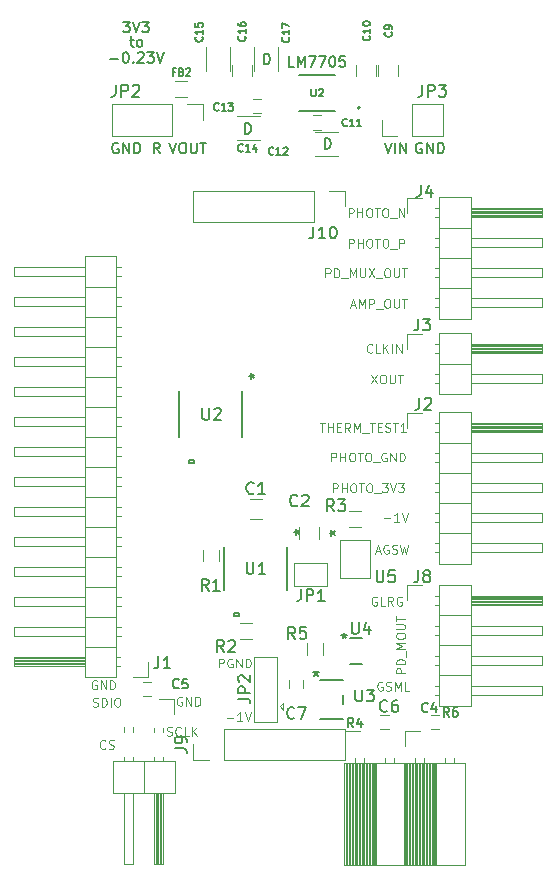
<source format=gto>
G04 #@! TF.GenerationSoftware,KiCad,Pcbnew,(5.1.6-0-10_14)*
G04 #@! TF.CreationDate,2021-04-28T04:51:18+09:00*
G04 #@! TF.ProjectId,qPCR-panel_20210427,71504352-2d70-4616-9e65-6c5f32303231,rev?*
G04 #@! TF.SameCoordinates,Original*
G04 #@! TF.FileFunction,Legend,Top*
G04 #@! TF.FilePolarity,Positive*
%FSLAX46Y46*%
G04 Gerber Fmt 4.6, Leading zero omitted, Abs format (unit mm)*
G04 Created by KiCad (PCBNEW (5.1.6-0-10_14)) date 2021-04-28 04:51:18*
%MOMM*%
%LPD*%
G01*
G04 APERTURE LIST*
%ADD10C,0.158750*%
%ADD11C,0.125000*%
%ADD12C,0.200000*%
%ADD13C,0.127000*%
%ADD14C,0.120000*%
%ADD15C,0.152400*%
%ADD16C,0.150000*%
G04 APERTURE END LIST*
D10*
X113217166Y-74852166D02*
X113217166Y-73963166D01*
X113428833Y-73963166D01*
X113555833Y-74005500D01*
X113640500Y-74090166D01*
X113682833Y-74174833D01*
X113725166Y-74344166D01*
X113725166Y-74471166D01*
X113682833Y-74640500D01*
X113640500Y-74725166D01*
X113555833Y-74809833D01*
X113428833Y-74852166D01*
X113217166Y-74852166D01*
X114767166Y-68982166D02*
X114767166Y-68093166D01*
X114978833Y-68093166D01*
X115105833Y-68135500D01*
X115190500Y-68220166D01*
X115232833Y-68304833D01*
X115275166Y-68474166D01*
X115275166Y-68601166D01*
X115232833Y-68770500D01*
X115190500Y-68855166D01*
X115105833Y-68939833D01*
X114978833Y-68982166D01*
X114767166Y-68982166D01*
X119937166Y-76132166D02*
X119937166Y-75243166D01*
X120148833Y-75243166D01*
X120275833Y-75285500D01*
X120360500Y-75370166D01*
X120402833Y-75454833D01*
X120445166Y-75624166D01*
X120445166Y-75751166D01*
X120402833Y-75920500D01*
X120360500Y-76005166D01*
X120275833Y-76089833D01*
X120148833Y-76132166D01*
X119937166Y-76132166D01*
X101788666Y-68513500D02*
X102466000Y-68513500D01*
X103058666Y-67963166D02*
X103143333Y-67963166D01*
X103228000Y-68005500D01*
X103270333Y-68047833D01*
X103312666Y-68132500D01*
X103355000Y-68301833D01*
X103355000Y-68513500D01*
X103312666Y-68682833D01*
X103270333Y-68767500D01*
X103228000Y-68809833D01*
X103143333Y-68852166D01*
X103058666Y-68852166D01*
X102974000Y-68809833D01*
X102931666Y-68767500D01*
X102889333Y-68682833D01*
X102847000Y-68513500D01*
X102847000Y-68301833D01*
X102889333Y-68132500D01*
X102931666Y-68047833D01*
X102974000Y-68005500D01*
X103058666Y-67963166D01*
X103736000Y-68767500D02*
X103778333Y-68809833D01*
X103736000Y-68852166D01*
X103693666Y-68809833D01*
X103736000Y-68767500D01*
X103736000Y-68852166D01*
X104117000Y-68047833D02*
X104159333Y-68005500D01*
X104244000Y-67963166D01*
X104455666Y-67963166D01*
X104540333Y-68005500D01*
X104582666Y-68047833D01*
X104625000Y-68132500D01*
X104625000Y-68217166D01*
X104582666Y-68344166D01*
X104074666Y-68852166D01*
X104625000Y-68852166D01*
X104921333Y-67963166D02*
X105471666Y-67963166D01*
X105175333Y-68301833D01*
X105302333Y-68301833D01*
X105387000Y-68344166D01*
X105429333Y-68386500D01*
X105471666Y-68471166D01*
X105471666Y-68682833D01*
X105429333Y-68767500D01*
X105387000Y-68809833D01*
X105302333Y-68852166D01*
X105048333Y-68852166D01*
X104963666Y-68809833D01*
X104921333Y-68767500D01*
X105725666Y-67963166D02*
X106022000Y-68852166D01*
X106318333Y-67963166D01*
X103418500Y-66909500D02*
X103757166Y-66909500D01*
X103545500Y-66613166D02*
X103545500Y-67375166D01*
X103587833Y-67459833D01*
X103672500Y-67502166D01*
X103757166Y-67502166D01*
X104180500Y-67502166D02*
X104095833Y-67459833D01*
X104053500Y-67417500D01*
X104011166Y-67332833D01*
X104011166Y-67078833D01*
X104053500Y-66994166D01*
X104095833Y-66951833D01*
X104180500Y-66909500D01*
X104307500Y-66909500D01*
X104392166Y-66951833D01*
X104434500Y-66994166D01*
X104476833Y-67078833D01*
X104476833Y-67332833D01*
X104434500Y-67417500D01*
X104392166Y-67459833D01*
X104307500Y-67502166D01*
X104180500Y-67502166D01*
X102889333Y-65373166D02*
X103439666Y-65373166D01*
X103143333Y-65711833D01*
X103270333Y-65711833D01*
X103355000Y-65754166D01*
X103397333Y-65796500D01*
X103439666Y-65881166D01*
X103439666Y-66092833D01*
X103397333Y-66177500D01*
X103355000Y-66219833D01*
X103270333Y-66262166D01*
X103016333Y-66262166D01*
X102931666Y-66219833D01*
X102889333Y-66177500D01*
X103693666Y-65373166D02*
X103990000Y-66262166D01*
X104286333Y-65373166D01*
X104498000Y-65373166D02*
X105048333Y-65373166D01*
X104752000Y-65711833D01*
X104879000Y-65711833D01*
X104963666Y-65754166D01*
X105006000Y-65796500D01*
X105048333Y-65881166D01*
X105048333Y-66092833D01*
X105006000Y-66177500D01*
X104963666Y-66219833D01*
X104879000Y-66262166D01*
X104625000Y-66262166D01*
X104540333Y-66219833D01*
X104498000Y-66177500D01*
X117353833Y-69192166D02*
X116930500Y-69192166D01*
X116930500Y-68303166D01*
X117650166Y-69192166D02*
X117650166Y-68303166D01*
X117946500Y-68938166D01*
X118242833Y-68303166D01*
X118242833Y-69192166D01*
X118581500Y-68303166D02*
X119174166Y-68303166D01*
X118793166Y-69192166D01*
X119428166Y-68303166D02*
X120020833Y-68303166D01*
X119639833Y-69192166D01*
X120528833Y-68303166D02*
X120613500Y-68303166D01*
X120698166Y-68345500D01*
X120740500Y-68387833D01*
X120782833Y-68472500D01*
X120825166Y-68641833D01*
X120825166Y-68853500D01*
X120782833Y-69022833D01*
X120740500Y-69107500D01*
X120698166Y-69149833D01*
X120613500Y-69192166D01*
X120528833Y-69192166D01*
X120444166Y-69149833D01*
X120401833Y-69107500D01*
X120359500Y-69022833D01*
X120317166Y-68853500D01*
X120317166Y-68641833D01*
X120359500Y-68472500D01*
X120401833Y-68387833D01*
X120444166Y-68345500D01*
X120528833Y-68303166D01*
X121629500Y-68303166D02*
X121206166Y-68303166D01*
X121163833Y-68726500D01*
X121206166Y-68684166D01*
X121290833Y-68641833D01*
X121502500Y-68641833D01*
X121587166Y-68684166D01*
X121629500Y-68726500D01*
X121671833Y-68811166D01*
X121671833Y-69022833D01*
X121629500Y-69107500D01*
X121587166Y-69149833D01*
X121502500Y-69192166D01*
X121290833Y-69192166D01*
X121206166Y-69149833D01*
X121163833Y-69107500D01*
X106793666Y-75613166D02*
X107090000Y-76502166D01*
X107386333Y-75613166D01*
X107852000Y-75613166D02*
X108021333Y-75613166D01*
X108106000Y-75655500D01*
X108190666Y-75740166D01*
X108233000Y-75909500D01*
X108233000Y-76205833D01*
X108190666Y-76375166D01*
X108106000Y-76459833D01*
X108021333Y-76502166D01*
X107852000Y-76502166D01*
X107767333Y-76459833D01*
X107682666Y-76375166D01*
X107640333Y-76205833D01*
X107640333Y-75909500D01*
X107682666Y-75740166D01*
X107767333Y-75655500D01*
X107852000Y-75613166D01*
X108614000Y-75613166D02*
X108614000Y-76332833D01*
X108656333Y-76417500D01*
X108698666Y-76459833D01*
X108783333Y-76502166D01*
X108952666Y-76502166D01*
X109037333Y-76459833D01*
X109079666Y-76417500D01*
X109122000Y-76332833D01*
X109122000Y-75613166D01*
X109418333Y-75613166D02*
X109926333Y-75613166D01*
X109672333Y-76502166D02*
X109672333Y-75613166D01*
X105975166Y-76502166D02*
X105678833Y-76078833D01*
X105467166Y-76502166D02*
X105467166Y-75613166D01*
X105805833Y-75613166D01*
X105890500Y-75655500D01*
X105932833Y-75697833D01*
X105975166Y-75782500D01*
X105975166Y-75909500D01*
X105932833Y-75994166D01*
X105890500Y-76036500D01*
X105805833Y-76078833D01*
X105467166Y-76078833D01*
X102462666Y-75655500D02*
X102378000Y-75613166D01*
X102251000Y-75613166D01*
X102124000Y-75655500D01*
X102039333Y-75740166D01*
X101997000Y-75824833D01*
X101954666Y-75994166D01*
X101954666Y-76121166D01*
X101997000Y-76290500D01*
X102039333Y-76375166D01*
X102124000Y-76459833D01*
X102251000Y-76502166D01*
X102335666Y-76502166D01*
X102462666Y-76459833D01*
X102505000Y-76417500D01*
X102505000Y-76121166D01*
X102335666Y-76121166D01*
X102886000Y-76502166D02*
X102886000Y-75613166D01*
X103394000Y-76502166D01*
X103394000Y-75613166D01*
X103817333Y-76502166D02*
X103817333Y-75613166D01*
X104029000Y-75613166D01*
X104156000Y-75655500D01*
X104240666Y-75740166D01*
X104283000Y-75824833D01*
X104325333Y-75994166D01*
X104325333Y-76121166D01*
X104283000Y-76290500D01*
X104240666Y-76375166D01*
X104156000Y-76459833D01*
X104029000Y-76502166D01*
X103817333Y-76502166D01*
X125006333Y-75613166D02*
X125302666Y-76502166D01*
X125599000Y-75613166D01*
X125895333Y-76502166D02*
X125895333Y-75613166D01*
X126318666Y-76502166D02*
X126318666Y-75613166D01*
X126826666Y-76502166D01*
X126826666Y-75613166D01*
X128162666Y-75655500D02*
X128078000Y-75613166D01*
X127951000Y-75613166D01*
X127824000Y-75655500D01*
X127739333Y-75740166D01*
X127697000Y-75824833D01*
X127654666Y-75994166D01*
X127654666Y-76121166D01*
X127697000Y-76290500D01*
X127739333Y-76375166D01*
X127824000Y-76459833D01*
X127951000Y-76502166D01*
X128035666Y-76502166D01*
X128162666Y-76459833D01*
X128205000Y-76417500D01*
X128205000Y-76121166D01*
X128035666Y-76121166D01*
X128586000Y-76502166D02*
X128586000Y-75613166D01*
X129094000Y-76502166D01*
X129094000Y-75613166D01*
X129517333Y-76502166D02*
X129517333Y-75613166D01*
X129729000Y-75613166D01*
X129856000Y-75655500D01*
X129940666Y-75740166D01*
X129983000Y-75824833D01*
X130025333Y-75994166D01*
X130025333Y-76121166D01*
X129983000Y-76290500D01*
X129940666Y-76375166D01*
X129856000Y-76459833D01*
X129729000Y-76502166D01*
X129517333Y-76502166D01*
D11*
X110970714Y-120039285D02*
X110970714Y-119289285D01*
X111256428Y-119289285D01*
X111327857Y-119325000D01*
X111363571Y-119360714D01*
X111399285Y-119432142D01*
X111399285Y-119539285D01*
X111363571Y-119610714D01*
X111327857Y-119646428D01*
X111256428Y-119682142D01*
X110970714Y-119682142D01*
X112113571Y-119325000D02*
X112042142Y-119289285D01*
X111935000Y-119289285D01*
X111827857Y-119325000D01*
X111756428Y-119396428D01*
X111720714Y-119467857D01*
X111685000Y-119610714D01*
X111685000Y-119717857D01*
X111720714Y-119860714D01*
X111756428Y-119932142D01*
X111827857Y-120003571D01*
X111935000Y-120039285D01*
X112006428Y-120039285D01*
X112113571Y-120003571D01*
X112149285Y-119967857D01*
X112149285Y-119717857D01*
X112006428Y-119717857D01*
X112470714Y-120039285D02*
X112470714Y-119289285D01*
X112899285Y-120039285D01*
X112899285Y-119289285D01*
X113256428Y-120039285D02*
X113256428Y-119289285D01*
X113435000Y-119289285D01*
X113542142Y-119325000D01*
X113613571Y-119396428D01*
X113649285Y-119467857D01*
X113685000Y-119610714D01*
X113685000Y-119717857D01*
X113649285Y-119860714D01*
X113613571Y-119932142D01*
X113542142Y-120003571D01*
X113435000Y-120039285D01*
X113256428Y-120039285D01*
X111645714Y-124283571D02*
X112217142Y-124283571D01*
X112967142Y-124569285D02*
X112538571Y-124569285D01*
X112752857Y-124569285D02*
X112752857Y-123819285D01*
X112681428Y-123926428D01*
X112610000Y-123997857D01*
X112538571Y-124033571D01*
X113181428Y-123819285D02*
X113431428Y-124569285D01*
X113681428Y-123819285D01*
X124807142Y-121285000D02*
X124735714Y-121249285D01*
X124628571Y-121249285D01*
X124521428Y-121285000D01*
X124450000Y-121356428D01*
X124414285Y-121427857D01*
X124378571Y-121570714D01*
X124378571Y-121677857D01*
X124414285Y-121820714D01*
X124450000Y-121892142D01*
X124521428Y-121963571D01*
X124628571Y-121999285D01*
X124700000Y-121999285D01*
X124807142Y-121963571D01*
X124842857Y-121927857D01*
X124842857Y-121677857D01*
X124700000Y-121677857D01*
X125128571Y-121963571D02*
X125235714Y-121999285D01*
X125414285Y-121999285D01*
X125485714Y-121963571D01*
X125521428Y-121927857D01*
X125557142Y-121856428D01*
X125557142Y-121785000D01*
X125521428Y-121713571D01*
X125485714Y-121677857D01*
X125414285Y-121642142D01*
X125271428Y-121606428D01*
X125200000Y-121570714D01*
X125164285Y-121535000D01*
X125128571Y-121463571D01*
X125128571Y-121392142D01*
X125164285Y-121320714D01*
X125200000Y-121285000D01*
X125271428Y-121249285D01*
X125450000Y-121249285D01*
X125557142Y-121285000D01*
X125878571Y-121999285D02*
X125878571Y-121249285D01*
X126128571Y-121785000D01*
X126378571Y-121249285D01*
X126378571Y-121999285D01*
X127092857Y-121999285D02*
X126735714Y-121999285D01*
X126735714Y-121249285D01*
X126739285Y-120517142D02*
X125989285Y-120517142D01*
X125989285Y-120231428D01*
X126025000Y-120160000D01*
X126060714Y-120124285D01*
X126132142Y-120088571D01*
X126239285Y-120088571D01*
X126310714Y-120124285D01*
X126346428Y-120160000D01*
X126382142Y-120231428D01*
X126382142Y-120517142D01*
X126739285Y-119767142D02*
X125989285Y-119767142D01*
X125989285Y-119588571D01*
X126025000Y-119481428D01*
X126096428Y-119410000D01*
X126167857Y-119374285D01*
X126310714Y-119338571D01*
X126417857Y-119338571D01*
X126560714Y-119374285D01*
X126632142Y-119410000D01*
X126703571Y-119481428D01*
X126739285Y-119588571D01*
X126739285Y-119767142D01*
X126810714Y-119195714D02*
X126810714Y-118624285D01*
X126739285Y-118445714D02*
X125989285Y-118445714D01*
X126525000Y-118195714D01*
X125989285Y-117945714D01*
X126739285Y-117945714D01*
X125989285Y-117445714D02*
X125989285Y-117302857D01*
X126025000Y-117231428D01*
X126096428Y-117160000D01*
X126239285Y-117124285D01*
X126489285Y-117124285D01*
X126632142Y-117160000D01*
X126703571Y-117231428D01*
X126739285Y-117302857D01*
X126739285Y-117445714D01*
X126703571Y-117517142D01*
X126632142Y-117588571D01*
X126489285Y-117624285D01*
X126239285Y-117624285D01*
X126096428Y-117588571D01*
X126025000Y-117517142D01*
X125989285Y-117445714D01*
X125989285Y-116802857D02*
X126596428Y-116802857D01*
X126667857Y-116767142D01*
X126703571Y-116731428D01*
X126739285Y-116660000D01*
X126739285Y-116517142D01*
X126703571Y-116445714D01*
X126667857Y-116410000D01*
X126596428Y-116374285D01*
X125989285Y-116374285D01*
X125989285Y-116124285D02*
X125989285Y-115695714D01*
X126739285Y-115910000D02*
X125989285Y-115910000D01*
X124342857Y-114085000D02*
X124271428Y-114049285D01*
X124164285Y-114049285D01*
X124057142Y-114085000D01*
X123985714Y-114156428D01*
X123950000Y-114227857D01*
X123914285Y-114370714D01*
X123914285Y-114477857D01*
X123950000Y-114620714D01*
X123985714Y-114692142D01*
X124057142Y-114763571D01*
X124164285Y-114799285D01*
X124235714Y-114799285D01*
X124342857Y-114763571D01*
X124378571Y-114727857D01*
X124378571Y-114477857D01*
X124235714Y-114477857D01*
X125057142Y-114799285D02*
X124700000Y-114799285D01*
X124700000Y-114049285D01*
X125735714Y-114799285D02*
X125485714Y-114442142D01*
X125307142Y-114799285D02*
X125307142Y-114049285D01*
X125592857Y-114049285D01*
X125664285Y-114085000D01*
X125700000Y-114120714D01*
X125735714Y-114192142D01*
X125735714Y-114299285D01*
X125700000Y-114370714D01*
X125664285Y-114406428D01*
X125592857Y-114442142D01*
X125307142Y-114442142D01*
X126450000Y-114085000D02*
X126378571Y-114049285D01*
X126271428Y-114049285D01*
X126164285Y-114085000D01*
X126092857Y-114156428D01*
X126057142Y-114227857D01*
X126021428Y-114370714D01*
X126021428Y-114477857D01*
X126057142Y-114620714D01*
X126092857Y-114692142D01*
X126164285Y-114763571D01*
X126271428Y-114799285D01*
X126342857Y-114799285D01*
X126450000Y-114763571D01*
X126485714Y-114727857D01*
X126485714Y-114477857D01*
X126342857Y-114477857D01*
X124260714Y-110185000D02*
X124617857Y-110185000D01*
X124189285Y-110399285D02*
X124439285Y-109649285D01*
X124689285Y-110399285D01*
X125332142Y-109685000D02*
X125260714Y-109649285D01*
X125153571Y-109649285D01*
X125046428Y-109685000D01*
X124975000Y-109756428D01*
X124939285Y-109827857D01*
X124903571Y-109970714D01*
X124903571Y-110077857D01*
X124939285Y-110220714D01*
X124975000Y-110292142D01*
X125046428Y-110363571D01*
X125153571Y-110399285D01*
X125225000Y-110399285D01*
X125332142Y-110363571D01*
X125367857Y-110327857D01*
X125367857Y-110077857D01*
X125225000Y-110077857D01*
X125653571Y-110363571D02*
X125760714Y-110399285D01*
X125939285Y-110399285D01*
X126010714Y-110363571D01*
X126046428Y-110327857D01*
X126082142Y-110256428D01*
X126082142Y-110185000D01*
X126046428Y-110113571D01*
X126010714Y-110077857D01*
X125939285Y-110042142D01*
X125796428Y-110006428D01*
X125725000Y-109970714D01*
X125689285Y-109935000D01*
X125653571Y-109863571D01*
X125653571Y-109792142D01*
X125689285Y-109720714D01*
X125725000Y-109685000D01*
X125796428Y-109649285D01*
X125975000Y-109649285D01*
X126082142Y-109685000D01*
X126332142Y-109649285D02*
X126510714Y-110399285D01*
X126653571Y-109863571D01*
X126796428Y-110399285D01*
X126975000Y-109649285D01*
X124935714Y-107413571D02*
X125507142Y-107413571D01*
X126257142Y-107699285D02*
X125828571Y-107699285D01*
X126042857Y-107699285D02*
X126042857Y-106949285D01*
X125971428Y-107056428D01*
X125900000Y-107127857D01*
X125828571Y-107163571D01*
X126471428Y-106949285D02*
X126721428Y-107699285D01*
X126971428Y-106949285D01*
X120617857Y-105199285D02*
X120617857Y-104449285D01*
X120903571Y-104449285D01*
X120975000Y-104485000D01*
X121010714Y-104520714D01*
X121046428Y-104592142D01*
X121046428Y-104699285D01*
X121010714Y-104770714D01*
X120975000Y-104806428D01*
X120903571Y-104842142D01*
X120617857Y-104842142D01*
X121367857Y-105199285D02*
X121367857Y-104449285D01*
X121367857Y-104806428D02*
X121796428Y-104806428D01*
X121796428Y-105199285D02*
X121796428Y-104449285D01*
X122296428Y-104449285D02*
X122439285Y-104449285D01*
X122510714Y-104485000D01*
X122582142Y-104556428D01*
X122617857Y-104699285D01*
X122617857Y-104949285D01*
X122582142Y-105092142D01*
X122510714Y-105163571D01*
X122439285Y-105199285D01*
X122296428Y-105199285D01*
X122225000Y-105163571D01*
X122153571Y-105092142D01*
X122117857Y-104949285D01*
X122117857Y-104699285D01*
X122153571Y-104556428D01*
X122225000Y-104485000D01*
X122296428Y-104449285D01*
X122832142Y-104449285D02*
X123260714Y-104449285D01*
X123046428Y-105199285D02*
X123046428Y-104449285D01*
X123653571Y-104449285D02*
X123796428Y-104449285D01*
X123867857Y-104485000D01*
X123939285Y-104556428D01*
X123975000Y-104699285D01*
X123975000Y-104949285D01*
X123939285Y-105092142D01*
X123867857Y-105163571D01*
X123796428Y-105199285D01*
X123653571Y-105199285D01*
X123582142Y-105163571D01*
X123510714Y-105092142D01*
X123475000Y-104949285D01*
X123475000Y-104699285D01*
X123510714Y-104556428D01*
X123582142Y-104485000D01*
X123653571Y-104449285D01*
X124117857Y-105270714D02*
X124689285Y-105270714D01*
X124796428Y-104449285D02*
X125260714Y-104449285D01*
X125010714Y-104735000D01*
X125117857Y-104735000D01*
X125189285Y-104770714D01*
X125225000Y-104806428D01*
X125260714Y-104877857D01*
X125260714Y-105056428D01*
X125225000Y-105127857D01*
X125189285Y-105163571D01*
X125117857Y-105199285D01*
X124903571Y-105199285D01*
X124832142Y-105163571D01*
X124796428Y-105127857D01*
X125475000Y-104449285D02*
X125725000Y-105199285D01*
X125975000Y-104449285D01*
X126153571Y-104449285D02*
X126617857Y-104449285D01*
X126367857Y-104735000D01*
X126475000Y-104735000D01*
X126546428Y-104770714D01*
X126582142Y-104806428D01*
X126617857Y-104877857D01*
X126617857Y-105056428D01*
X126582142Y-105127857D01*
X126546428Y-105163571D01*
X126475000Y-105199285D01*
X126260714Y-105199285D01*
X126189285Y-105163571D01*
X126153571Y-105127857D01*
X120510714Y-102599285D02*
X120510714Y-101849285D01*
X120796428Y-101849285D01*
X120867857Y-101885000D01*
X120903571Y-101920714D01*
X120939285Y-101992142D01*
X120939285Y-102099285D01*
X120903571Y-102170714D01*
X120867857Y-102206428D01*
X120796428Y-102242142D01*
X120510714Y-102242142D01*
X121260714Y-102599285D02*
X121260714Y-101849285D01*
X121260714Y-102206428D02*
X121689285Y-102206428D01*
X121689285Y-102599285D02*
X121689285Y-101849285D01*
X122189285Y-101849285D02*
X122332142Y-101849285D01*
X122403571Y-101885000D01*
X122475000Y-101956428D01*
X122510714Y-102099285D01*
X122510714Y-102349285D01*
X122475000Y-102492142D01*
X122403571Y-102563571D01*
X122332142Y-102599285D01*
X122189285Y-102599285D01*
X122117857Y-102563571D01*
X122046428Y-102492142D01*
X122010714Y-102349285D01*
X122010714Y-102099285D01*
X122046428Y-101956428D01*
X122117857Y-101885000D01*
X122189285Y-101849285D01*
X122725000Y-101849285D02*
X123153571Y-101849285D01*
X122939285Y-102599285D02*
X122939285Y-101849285D01*
X123546428Y-101849285D02*
X123689285Y-101849285D01*
X123760714Y-101885000D01*
X123832142Y-101956428D01*
X123867857Y-102099285D01*
X123867857Y-102349285D01*
X123832142Y-102492142D01*
X123760714Y-102563571D01*
X123689285Y-102599285D01*
X123546428Y-102599285D01*
X123475000Y-102563571D01*
X123403571Y-102492142D01*
X123367857Y-102349285D01*
X123367857Y-102099285D01*
X123403571Y-101956428D01*
X123475000Y-101885000D01*
X123546428Y-101849285D01*
X124010714Y-102670714D02*
X124582142Y-102670714D01*
X125153571Y-101885000D02*
X125082142Y-101849285D01*
X124975000Y-101849285D01*
X124867857Y-101885000D01*
X124796428Y-101956428D01*
X124760714Y-102027857D01*
X124725000Y-102170714D01*
X124725000Y-102277857D01*
X124760714Y-102420714D01*
X124796428Y-102492142D01*
X124867857Y-102563571D01*
X124975000Y-102599285D01*
X125046428Y-102599285D01*
X125153571Y-102563571D01*
X125189285Y-102527857D01*
X125189285Y-102277857D01*
X125046428Y-102277857D01*
X125510714Y-102599285D02*
X125510714Y-101849285D01*
X125939285Y-102599285D01*
X125939285Y-101849285D01*
X126296428Y-102599285D02*
X126296428Y-101849285D01*
X126475000Y-101849285D01*
X126582142Y-101885000D01*
X126653571Y-101956428D01*
X126689285Y-102027857D01*
X126725000Y-102170714D01*
X126725000Y-102277857D01*
X126689285Y-102420714D01*
X126653571Y-102492142D01*
X126582142Y-102563571D01*
X126475000Y-102599285D01*
X126296428Y-102599285D01*
X119539285Y-99349285D02*
X119967857Y-99349285D01*
X119753571Y-100099285D02*
X119753571Y-99349285D01*
X120217857Y-100099285D02*
X120217857Y-99349285D01*
X120217857Y-99706428D02*
X120646428Y-99706428D01*
X120646428Y-100099285D02*
X120646428Y-99349285D01*
X121003571Y-99706428D02*
X121253571Y-99706428D01*
X121360714Y-100099285D02*
X121003571Y-100099285D01*
X121003571Y-99349285D01*
X121360714Y-99349285D01*
X122110714Y-100099285D02*
X121860714Y-99742142D01*
X121682142Y-100099285D02*
X121682142Y-99349285D01*
X121967857Y-99349285D01*
X122039285Y-99385000D01*
X122075000Y-99420714D01*
X122110714Y-99492142D01*
X122110714Y-99599285D01*
X122075000Y-99670714D01*
X122039285Y-99706428D01*
X121967857Y-99742142D01*
X121682142Y-99742142D01*
X122432142Y-100099285D02*
X122432142Y-99349285D01*
X122682142Y-99885000D01*
X122932142Y-99349285D01*
X122932142Y-100099285D01*
X123110714Y-100170714D02*
X123682142Y-100170714D01*
X123753571Y-99349285D02*
X124182142Y-99349285D01*
X123967857Y-100099285D02*
X123967857Y-99349285D01*
X124432142Y-99706428D02*
X124682142Y-99706428D01*
X124789285Y-100099285D02*
X124432142Y-100099285D01*
X124432142Y-99349285D01*
X124789285Y-99349285D01*
X125075000Y-100063571D02*
X125182142Y-100099285D01*
X125360714Y-100099285D01*
X125432142Y-100063571D01*
X125467857Y-100027857D01*
X125503571Y-99956428D01*
X125503571Y-99885000D01*
X125467857Y-99813571D01*
X125432142Y-99777857D01*
X125360714Y-99742142D01*
X125217857Y-99706428D01*
X125146428Y-99670714D01*
X125110714Y-99635000D01*
X125075000Y-99563571D01*
X125075000Y-99492142D01*
X125110714Y-99420714D01*
X125146428Y-99385000D01*
X125217857Y-99349285D01*
X125396428Y-99349285D01*
X125503571Y-99385000D01*
X125717857Y-99349285D02*
X126146428Y-99349285D01*
X125932142Y-100099285D02*
X125932142Y-99349285D01*
X126789285Y-100099285D02*
X126360714Y-100099285D01*
X126575000Y-100099285D02*
X126575000Y-99349285D01*
X126503571Y-99456428D01*
X126432142Y-99527857D01*
X126360714Y-99563571D01*
X123878571Y-95249285D02*
X124378571Y-95999285D01*
X124378571Y-95249285D02*
X123878571Y-95999285D01*
X124807142Y-95249285D02*
X124950000Y-95249285D01*
X125021428Y-95285000D01*
X125092857Y-95356428D01*
X125128571Y-95499285D01*
X125128571Y-95749285D01*
X125092857Y-95892142D01*
X125021428Y-95963571D01*
X124950000Y-95999285D01*
X124807142Y-95999285D01*
X124735714Y-95963571D01*
X124664285Y-95892142D01*
X124628571Y-95749285D01*
X124628571Y-95499285D01*
X124664285Y-95356428D01*
X124735714Y-95285000D01*
X124807142Y-95249285D01*
X125450000Y-95249285D02*
X125450000Y-95856428D01*
X125485714Y-95927857D01*
X125521428Y-95963571D01*
X125592857Y-95999285D01*
X125735714Y-95999285D01*
X125807142Y-95963571D01*
X125842857Y-95927857D01*
X125878571Y-95856428D01*
X125878571Y-95249285D01*
X126128571Y-95249285D02*
X126557142Y-95249285D01*
X126342857Y-95999285D02*
X126342857Y-95249285D01*
X123982142Y-93327857D02*
X123946428Y-93363571D01*
X123839285Y-93399285D01*
X123767857Y-93399285D01*
X123660714Y-93363571D01*
X123589285Y-93292142D01*
X123553571Y-93220714D01*
X123517857Y-93077857D01*
X123517857Y-92970714D01*
X123553571Y-92827857D01*
X123589285Y-92756428D01*
X123660714Y-92685000D01*
X123767857Y-92649285D01*
X123839285Y-92649285D01*
X123946428Y-92685000D01*
X123982142Y-92720714D01*
X124660714Y-93399285D02*
X124303571Y-93399285D01*
X124303571Y-92649285D01*
X124910714Y-93399285D02*
X124910714Y-92649285D01*
X125339285Y-93399285D02*
X125017857Y-92970714D01*
X125339285Y-92649285D02*
X124910714Y-93077857D01*
X125660714Y-93399285D02*
X125660714Y-92649285D01*
X126017857Y-93399285D02*
X126017857Y-92649285D01*
X126446428Y-93399285D01*
X126446428Y-92649285D01*
X122160714Y-89385000D02*
X122517857Y-89385000D01*
X122089285Y-89599285D02*
X122339285Y-88849285D01*
X122589285Y-89599285D01*
X122839285Y-89599285D02*
X122839285Y-88849285D01*
X123089285Y-89385000D01*
X123339285Y-88849285D01*
X123339285Y-89599285D01*
X123696428Y-89599285D02*
X123696428Y-88849285D01*
X123982142Y-88849285D01*
X124053571Y-88885000D01*
X124089285Y-88920714D01*
X124125000Y-88992142D01*
X124125000Y-89099285D01*
X124089285Y-89170714D01*
X124053571Y-89206428D01*
X123982142Y-89242142D01*
X123696428Y-89242142D01*
X124267857Y-89670714D02*
X124839285Y-89670714D01*
X125160714Y-88849285D02*
X125303571Y-88849285D01*
X125375000Y-88885000D01*
X125446428Y-88956428D01*
X125482142Y-89099285D01*
X125482142Y-89349285D01*
X125446428Y-89492142D01*
X125375000Y-89563571D01*
X125303571Y-89599285D01*
X125160714Y-89599285D01*
X125089285Y-89563571D01*
X125017857Y-89492142D01*
X124982142Y-89349285D01*
X124982142Y-89099285D01*
X125017857Y-88956428D01*
X125089285Y-88885000D01*
X125160714Y-88849285D01*
X125803571Y-88849285D02*
X125803571Y-89456428D01*
X125839285Y-89527857D01*
X125875000Y-89563571D01*
X125946428Y-89599285D01*
X126089285Y-89599285D01*
X126160714Y-89563571D01*
X126196428Y-89527857D01*
X126232142Y-89456428D01*
X126232142Y-88849285D01*
X126482142Y-88849285D02*
X126910714Y-88849285D01*
X126696428Y-89599285D02*
X126696428Y-88849285D01*
X120007142Y-86999285D02*
X120007142Y-86249285D01*
X120292857Y-86249285D01*
X120364285Y-86285000D01*
X120400000Y-86320714D01*
X120435714Y-86392142D01*
X120435714Y-86499285D01*
X120400000Y-86570714D01*
X120364285Y-86606428D01*
X120292857Y-86642142D01*
X120007142Y-86642142D01*
X120757142Y-86999285D02*
X120757142Y-86249285D01*
X120935714Y-86249285D01*
X121042857Y-86285000D01*
X121114285Y-86356428D01*
X121150000Y-86427857D01*
X121185714Y-86570714D01*
X121185714Y-86677857D01*
X121150000Y-86820714D01*
X121114285Y-86892142D01*
X121042857Y-86963571D01*
X120935714Y-86999285D01*
X120757142Y-86999285D01*
X121328571Y-87070714D02*
X121900000Y-87070714D01*
X122078571Y-86999285D02*
X122078571Y-86249285D01*
X122328571Y-86785000D01*
X122578571Y-86249285D01*
X122578571Y-86999285D01*
X122935714Y-86249285D02*
X122935714Y-86856428D01*
X122971428Y-86927857D01*
X123007142Y-86963571D01*
X123078571Y-86999285D01*
X123221428Y-86999285D01*
X123292857Y-86963571D01*
X123328571Y-86927857D01*
X123364285Y-86856428D01*
X123364285Y-86249285D01*
X123650000Y-86249285D02*
X124150000Y-86999285D01*
X124150000Y-86249285D02*
X123650000Y-86999285D01*
X124257142Y-87070714D02*
X124828571Y-87070714D01*
X125150000Y-86249285D02*
X125292857Y-86249285D01*
X125364285Y-86285000D01*
X125435714Y-86356428D01*
X125471428Y-86499285D01*
X125471428Y-86749285D01*
X125435714Y-86892142D01*
X125364285Y-86963571D01*
X125292857Y-86999285D01*
X125150000Y-86999285D01*
X125078571Y-86963571D01*
X125007142Y-86892142D01*
X124971428Y-86749285D01*
X124971428Y-86499285D01*
X125007142Y-86356428D01*
X125078571Y-86285000D01*
X125150000Y-86249285D01*
X125792857Y-86249285D02*
X125792857Y-86856428D01*
X125828571Y-86927857D01*
X125864285Y-86963571D01*
X125935714Y-86999285D01*
X126078571Y-86999285D01*
X126150000Y-86963571D01*
X126185714Y-86927857D01*
X126221428Y-86856428D01*
X126221428Y-86249285D01*
X126471428Y-86249285D02*
X126900000Y-86249285D01*
X126685714Y-86999285D02*
X126685714Y-86249285D01*
X121978571Y-84499285D02*
X121978571Y-83749285D01*
X122264285Y-83749285D01*
X122335714Y-83785000D01*
X122371428Y-83820714D01*
X122407142Y-83892142D01*
X122407142Y-83999285D01*
X122371428Y-84070714D01*
X122335714Y-84106428D01*
X122264285Y-84142142D01*
X121978571Y-84142142D01*
X122728571Y-84499285D02*
X122728571Y-83749285D01*
X122728571Y-84106428D02*
X123157142Y-84106428D01*
X123157142Y-84499285D02*
X123157142Y-83749285D01*
X123657142Y-83749285D02*
X123800000Y-83749285D01*
X123871428Y-83785000D01*
X123942857Y-83856428D01*
X123978571Y-83999285D01*
X123978571Y-84249285D01*
X123942857Y-84392142D01*
X123871428Y-84463571D01*
X123800000Y-84499285D01*
X123657142Y-84499285D01*
X123585714Y-84463571D01*
X123514285Y-84392142D01*
X123478571Y-84249285D01*
X123478571Y-83999285D01*
X123514285Y-83856428D01*
X123585714Y-83785000D01*
X123657142Y-83749285D01*
X124192857Y-83749285D02*
X124621428Y-83749285D01*
X124407142Y-84499285D02*
X124407142Y-83749285D01*
X125014285Y-83749285D02*
X125157142Y-83749285D01*
X125228571Y-83785000D01*
X125300000Y-83856428D01*
X125335714Y-83999285D01*
X125335714Y-84249285D01*
X125300000Y-84392142D01*
X125228571Y-84463571D01*
X125157142Y-84499285D01*
X125014285Y-84499285D01*
X124942857Y-84463571D01*
X124871428Y-84392142D01*
X124835714Y-84249285D01*
X124835714Y-83999285D01*
X124871428Y-83856428D01*
X124942857Y-83785000D01*
X125014285Y-83749285D01*
X125478571Y-84570714D02*
X126050000Y-84570714D01*
X126228571Y-84499285D02*
X126228571Y-83749285D01*
X126514285Y-83749285D01*
X126585714Y-83785000D01*
X126621428Y-83820714D01*
X126657142Y-83892142D01*
X126657142Y-83999285D01*
X126621428Y-84070714D01*
X126585714Y-84106428D01*
X126514285Y-84142142D01*
X126228571Y-84142142D01*
X121960714Y-81899285D02*
X121960714Y-81149285D01*
X122246428Y-81149285D01*
X122317857Y-81185000D01*
X122353571Y-81220714D01*
X122389285Y-81292142D01*
X122389285Y-81399285D01*
X122353571Y-81470714D01*
X122317857Y-81506428D01*
X122246428Y-81542142D01*
X121960714Y-81542142D01*
X122710714Y-81899285D02*
X122710714Y-81149285D01*
X122710714Y-81506428D02*
X123139285Y-81506428D01*
X123139285Y-81899285D02*
X123139285Y-81149285D01*
X123639285Y-81149285D02*
X123782142Y-81149285D01*
X123853571Y-81185000D01*
X123925000Y-81256428D01*
X123960714Y-81399285D01*
X123960714Y-81649285D01*
X123925000Y-81792142D01*
X123853571Y-81863571D01*
X123782142Y-81899285D01*
X123639285Y-81899285D01*
X123567857Y-81863571D01*
X123496428Y-81792142D01*
X123460714Y-81649285D01*
X123460714Y-81399285D01*
X123496428Y-81256428D01*
X123567857Y-81185000D01*
X123639285Y-81149285D01*
X124175000Y-81149285D02*
X124603571Y-81149285D01*
X124389285Y-81899285D02*
X124389285Y-81149285D01*
X124996428Y-81149285D02*
X125139285Y-81149285D01*
X125210714Y-81185000D01*
X125282142Y-81256428D01*
X125317857Y-81399285D01*
X125317857Y-81649285D01*
X125282142Y-81792142D01*
X125210714Y-81863571D01*
X125139285Y-81899285D01*
X124996428Y-81899285D01*
X124925000Y-81863571D01*
X124853571Y-81792142D01*
X124817857Y-81649285D01*
X124817857Y-81399285D01*
X124853571Y-81256428D01*
X124925000Y-81185000D01*
X124996428Y-81149285D01*
X125460714Y-81970714D02*
X126032142Y-81970714D01*
X126210714Y-81899285D02*
X126210714Y-81149285D01*
X126639285Y-81899285D01*
X126639285Y-81149285D01*
X100628571Y-121175000D02*
X100557142Y-121139285D01*
X100450000Y-121139285D01*
X100342857Y-121175000D01*
X100271428Y-121246428D01*
X100235714Y-121317857D01*
X100200000Y-121460714D01*
X100200000Y-121567857D01*
X100235714Y-121710714D01*
X100271428Y-121782142D01*
X100342857Y-121853571D01*
X100450000Y-121889285D01*
X100521428Y-121889285D01*
X100628571Y-121853571D01*
X100664285Y-121817857D01*
X100664285Y-121567857D01*
X100521428Y-121567857D01*
X100985714Y-121889285D02*
X100985714Y-121139285D01*
X101414285Y-121889285D01*
X101414285Y-121139285D01*
X101771428Y-121889285D02*
X101771428Y-121139285D01*
X101950000Y-121139285D01*
X102057142Y-121175000D01*
X102128571Y-121246428D01*
X102164285Y-121317857D01*
X102200000Y-121460714D01*
X102200000Y-121567857D01*
X102164285Y-121710714D01*
X102128571Y-121782142D01*
X102057142Y-121853571D01*
X101950000Y-121889285D01*
X101771428Y-121889285D01*
X106582142Y-125793571D02*
X106689285Y-125829285D01*
X106867857Y-125829285D01*
X106939285Y-125793571D01*
X106975000Y-125757857D01*
X107010714Y-125686428D01*
X107010714Y-125615000D01*
X106975000Y-125543571D01*
X106939285Y-125507857D01*
X106867857Y-125472142D01*
X106725000Y-125436428D01*
X106653571Y-125400714D01*
X106617857Y-125365000D01*
X106582142Y-125293571D01*
X106582142Y-125222142D01*
X106617857Y-125150714D01*
X106653571Y-125115000D01*
X106725000Y-125079285D01*
X106903571Y-125079285D01*
X107010714Y-125115000D01*
X107760714Y-125757857D02*
X107725000Y-125793571D01*
X107617857Y-125829285D01*
X107546428Y-125829285D01*
X107439285Y-125793571D01*
X107367857Y-125722142D01*
X107332142Y-125650714D01*
X107296428Y-125507857D01*
X107296428Y-125400714D01*
X107332142Y-125257857D01*
X107367857Y-125186428D01*
X107439285Y-125115000D01*
X107546428Y-125079285D01*
X107617857Y-125079285D01*
X107725000Y-125115000D01*
X107760714Y-125150714D01*
X108439285Y-125829285D02*
X108082142Y-125829285D01*
X108082142Y-125079285D01*
X108689285Y-125829285D02*
X108689285Y-125079285D01*
X109117857Y-125829285D02*
X108796428Y-125400714D01*
X109117857Y-125079285D02*
X108689285Y-125507857D01*
X101365000Y-126867857D02*
X101329285Y-126903571D01*
X101222142Y-126939285D01*
X101150714Y-126939285D01*
X101043571Y-126903571D01*
X100972142Y-126832142D01*
X100936428Y-126760714D01*
X100900714Y-126617857D01*
X100900714Y-126510714D01*
X100936428Y-126367857D01*
X100972142Y-126296428D01*
X101043571Y-126225000D01*
X101150714Y-126189285D01*
X101222142Y-126189285D01*
X101329285Y-126225000D01*
X101365000Y-126260714D01*
X101650714Y-126903571D02*
X101757857Y-126939285D01*
X101936428Y-126939285D01*
X102007857Y-126903571D01*
X102043571Y-126867857D01*
X102079285Y-126796428D01*
X102079285Y-126725000D01*
X102043571Y-126653571D01*
X102007857Y-126617857D01*
X101936428Y-126582142D01*
X101793571Y-126546428D01*
X101722142Y-126510714D01*
X101686428Y-126475000D01*
X101650714Y-126403571D01*
X101650714Y-126332142D01*
X101686428Y-126260714D01*
X101722142Y-126225000D01*
X101793571Y-126189285D01*
X101972142Y-126189285D01*
X102079285Y-126225000D01*
X100319285Y-123323571D02*
X100426428Y-123359285D01*
X100605000Y-123359285D01*
X100676428Y-123323571D01*
X100712142Y-123287857D01*
X100747857Y-123216428D01*
X100747857Y-123145000D01*
X100712142Y-123073571D01*
X100676428Y-123037857D01*
X100605000Y-123002142D01*
X100462142Y-122966428D01*
X100390714Y-122930714D01*
X100355000Y-122895000D01*
X100319285Y-122823571D01*
X100319285Y-122752142D01*
X100355000Y-122680714D01*
X100390714Y-122645000D01*
X100462142Y-122609285D01*
X100640714Y-122609285D01*
X100747857Y-122645000D01*
X101069285Y-123359285D02*
X101069285Y-122609285D01*
X101247857Y-122609285D01*
X101355000Y-122645000D01*
X101426428Y-122716428D01*
X101462142Y-122787857D01*
X101497857Y-122930714D01*
X101497857Y-123037857D01*
X101462142Y-123180714D01*
X101426428Y-123252142D01*
X101355000Y-123323571D01*
X101247857Y-123359285D01*
X101069285Y-123359285D01*
X101819285Y-123359285D02*
X101819285Y-122609285D01*
X102319285Y-122609285D02*
X102462142Y-122609285D01*
X102533571Y-122645000D01*
X102605000Y-122716428D01*
X102640714Y-122859285D01*
X102640714Y-123109285D01*
X102605000Y-123252142D01*
X102533571Y-123323571D01*
X102462142Y-123359285D01*
X102319285Y-123359285D01*
X102247857Y-123323571D01*
X102176428Y-123252142D01*
X102140714Y-123109285D01*
X102140714Y-122859285D01*
X102176428Y-122716428D01*
X102247857Y-122645000D01*
X102319285Y-122609285D01*
X107848571Y-122575000D02*
X107777142Y-122539285D01*
X107670000Y-122539285D01*
X107562857Y-122575000D01*
X107491428Y-122646428D01*
X107455714Y-122717857D01*
X107420000Y-122860714D01*
X107420000Y-122967857D01*
X107455714Y-123110714D01*
X107491428Y-123182142D01*
X107562857Y-123253571D01*
X107670000Y-123289285D01*
X107741428Y-123289285D01*
X107848571Y-123253571D01*
X107884285Y-123217857D01*
X107884285Y-122967857D01*
X107741428Y-122967857D01*
X108205714Y-123289285D02*
X108205714Y-122539285D01*
X108634285Y-123289285D01*
X108634285Y-122539285D01*
X108991428Y-123289285D02*
X108991428Y-122539285D01*
X109170000Y-122539285D01*
X109277142Y-122575000D01*
X109348571Y-122646428D01*
X109384285Y-122717857D01*
X109420000Y-122860714D01*
X109420000Y-122967857D01*
X109384285Y-123110714D01*
X109348571Y-123182142D01*
X109277142Y-123253571D01*
X109170000Y-123289285D01*
X108991428Y-123289285D01*
D12*
X122920000Y-72655000D02*
G75*
G03*
X122920000Y-72655000I-100000J0D01*
G01*
D13*
X120800000Y-72935000D02*
X117800000Y-72935000D01*
X120800000Y-69865000D02*
X117800000Y-69865000D01*
D14*
X126150000Y-70000000D02*
X126150000Y-69000000D01*
X124450000Y-69000000D02*
X124450000Y-70000000D01*
X122550000Y-69000000D02*
X122550000Y-70000000D01*
X124250000Y-70000000D02*
X124250000Y-69000000D01*
X118950000Y-73300000D02*
X119650000Y-73300000D01*
X119650000Y-74500000D02*
X118950000Y-74500000D01*
X121100000Y-74680000D02*
X119100000Y-74680000D01*
X119100000Y-76720000D02*
X121100000Y-76720000D01*
X114550000Y-73100000D02*
X113850000Y-73100000D01*
X113850000Y-71900000D02*
X114550000Y-71900000D01*
X112500000Y-75420000D02*
X114500000Y-75420000D01*
X114500000Y-73380000D02*
X112500000Y-73380000D01*
X111920000Y-69500000D02*
X111920000Y-67500000D01*
X109880000Y-67500000D02*
X109880000Y-69500000D01*
X113750000Y-70000000D02*
X113750000Y-69000000D01*
X112050000Y-69000000D02*
X112050000Y-70000000D01*
X113980000Y-67500000D02*
X113980000Y-69500000D01*
X116020000Y-69500000D02*
X116020000Y-67500000D01*
X108300000Y-71780000D02*
X107300000Y-71780000D01*
X107300000Y-70420000D02*
X108300000Y-70420000D01*
X109630000Y-72370000D02*
X109630000Y-73700000D01*
X108300000Y-72370000D02*
X109630000Y-72370000D01*
X107030000Y-72370000D02*
X107030000Y-75030000D01*
X107030000Y-75030000D02*
X101890000Y-75030000D01*
X107030000Y-72370000D02*
X101890000Y-72370000D01*
X101890000Y-72370000D02*
X101890000Y-75030000D01*
X129950000Y-75030000D02*
X129950000Y-72370000D01*
X127350000Y-75030000D02*
X129950000Y-75030000D01*
X127350000Y-72370000D02*
X129950000Y-72370000D01*
X127350000Y-75030000D02*
X127350000Y-72370000D01*
X126080000Y-75030000D02*
X124750000Y-75030000D01*
X124750000Y-75030000D02*
X124750000Y-73700000D01*
D15*
X107620300Y-96618976D02*
X107620300Y-100501024D01*
X112979700Y-100501024D02*
X112979700Y-96618976D01*
X108865499Y-102725600D02*
X108484499Y-102725600D01*
X108484499Y-102725600D02*
X108484499Y-102471600D01*
X108484499Y-102471600D02*
X108865499Y-102471600D01*
X108865499Y-102471600D02*
X108865499Y-102725600D01*
D14*
X113600000Y-107510000D02*
X114600000Y-107510000D01*
X114600000Y-105810000D02*
X113600000Y-105810000D01*
X129650000Y-125260000D02*
X128950000Y-125260000D01*
X128950000Y-124060000D02*
X129650000Y-124060000D01*
X104550000Y-121260000D02*
X105250000Y-121260000D01*
X105250000Y-122460000D02*
X104550000Y-122460000D01*
X125350000Y-125260000D02*
X124650000Y-125260000D01*
X124650000Y-124060000D02*
X125350000Y-124060000D01*
X118100000Y-121110000D02*
X118100000Y-121810000D01*
X116900000Y-121810000D02*
X116900000Y-121110000D01*
X110980000Y-110060000D02*
X110980000Y-111060000D01*
X109620000Y-111060000D02*
X109620000Y-110060000D01*
X113800000Y-117640000D02*
X112800000Y-117640000D01*
X112800000Y-116280000D02*
X113800000Y-116280000D01*
X122000000Y-106780000D02*
X123000000Y-106780000D01*
X123000000Y-108140000D02*
X122000000Y-108140000D01*
D15*
X111420300Y-109820576D02*
X111420300Y-113499424D01*
X116779700Y-113499424D02*
X116779700Y-109820576D01*
X112665499Y-115724000D02*
X112284499Y-115724000D01*
X112284499Y-115724000D02*
X112284499Y-115470000D01*
X112284499Y-115470000D02*
X112665499Y-115470000D01*
X112665499Y-115470000D02*
X112665499Y-115724000D01*
D14*
X105000000Y-120830000D02*
X103730000Y-120830000D01*
X105000000Y-119560000D02*
X105000000Y-120830000D01*
X102687071Y-86160000D02*
X102290000Y-86160000D01*
X102687071Y-86920000D02*
X102290000Y-86920000D01*
X93630000Y-86160000D02*
X99630000Y-86160000D01*
X93630000Y-86920000D02*
X93630000Y-86160000D01*
X99630000Y-86920000D02*
X93630000Y-86920000D01*
X102290000Y-87810000D02*
X99630000Y-87810000D01*
X102687071Y-88700000D02*
X102290000Y-88700000D01*
X102687071Y-89460000D02*
X102290000Y-89460000D01*
X93630000Y-88700000D02*
X99630000Y-88700000D01*
X93630000Y-89460000D02*
X93630000Y-88700000D01*
X99630000Y-89460000D02*
X93630000Y-89460000D01*
X102290000Y-90350000D02*
X99630000Y-90350000D01*
X102687071Y-91240000D02*
X102290000Y-91240000D01*
X102687071Y-92000000D02*
X102290000Y-92000000D01*
X93630000Y-91240000D02*
X99630000Y-91240000D01*
X93630000Y-92000000D02*
X93630000Y-91240000D01*
X99630000Y-92000000D02*
X93630000Y-92000000D01*
X102290000Y-92890000D02*
X99630000Y-92890000D01*
X102687071Y-93780000D02*
X102290000Y-93780000D01*
X102687071Y-94540000D02*
X102290000Y-94540000D01*
X93630000Y-93780000D02*
X99630000Y-93780000D01*
X93630000Y-94540000D02*
X93630000Y-93780000D01*
X99630000Y-94540000D02*
X93630000Y-94540000D01*
X102290000Y-95430000D02*
X99630000Y-95430000D01*
X102687071Y-96320000D02*
X102290000Y-96320000D01*
X102687071Y-97080000D02*
X102290000Y-97080000D01*
X93630000Y-96320000D02*
X99630000Y-96320000D01*
X93630000Y-97080000D02*
X93630000Y-96320000D01*
X99630000Y-97080000D02*
X93630000Y-97080000D01*
X102290000Y-97970000D02*
X99630000Y-97970000D01*
X102687071Y-98860000D02*
X102290000Y-98860000D01*
X102687071Y-99620000D02*
X102290000Y-99620000D01*
X93630000Y-98860000D02*
X99630000Y-98860000D01*
X93630000Y-99620000D02*
X93630000Y-98860000D01*
X99630000Y-99620000D02*
X93630000Y-99620000D01*
X102290000Y-100510000D02*
X99630000Y-100510000D01*
X102687071Y-101400000D02*
X102290000Y-101400000D01*
X102687071Y-102160000D02*
X102290000Y-102160000D01*
X93630000Y-101400000D02*
X99630000Y-101400000D01*
X93630000Y-102160000D02*
X93630000Y-101400000D01*
X99630000Y-102160000D02*
X93630000Y-102160000D01*
X102290000Y-103050000D02*
X99630000Y-103050000D01*
X102687071Y-103940000D02*
X102290000Y-103940000D01*
X102687071Y-104700000D02*
X102290000Y-104700000D01*
X93630000Y-103940000D02*
X99630000Y-103940000D01*
X93630000Y-104700000D02*
X93630000Y-103940000D01*
X99630000Y-104700000D02*
X93630000Y-104700000D01*
X102290000Y-105590000D02*
X99630000Y-105590000D01*
X102687071Y-106480000D02*
X102290000Y-106480000D01*
X102687071Y-107240000D02*
X102290000Y-107240000D01*
X93630000Y-106480000D02*
X99630000Y-106480000D01*
X93630000Y-107240000D02*
X93630000Y-106480000D01*
X99630000Y-107240000D02*
X93630000Y-107240000D01*
X102290000Y-108130000D02*
X99630000Y-108130000D01*
X102687071Y-109020000D02*
X102290000Y-109020000D01*
X102687071Y-109780000D02*
X102290000Y-109780000D01*
X93630000Y-109020000D02*
X99630000Y-109020000D01*
X93630000Y-109780000D02*
X93630000Y-109020000D01*
X99630000Y-109780000D02*
X93630000Y-109780000D01*
X102290000Y-110670000D02*
X99630000Y-110670000D01*
X102687071Y-111560000D02*
X102290000Y-111560000D01*
X102687071Y-112320000D02*
X102290000Y-112320000D01*
X93630000Y-111560000D02*
X99630000Y-111560000D01*
X93630000Y-112320000D02*
X93630000Y-111560000D01*
X99630000Y-112320000D02*
X93630000Y-112320000D01*
X102290000Y-113210000D02*
X99630000Y-113210000D01*
X102687071Y-114100000D02*
X102290000Y-114100000D01*
X102687071Y-114860000D02*
X102290000Y-114860000D01*
X93630000Y-114100000D02*
X99630000Y-114100000D01*
X93630000Y-114860000D02*
X93630000Y-114100000D01*
X99630000Y-114860000D02*
X93630000Y-114860000D01*
X102290000Y-115750000D02*
X99630000Y-115750000D01*
X102687071Y-116640000D02*
X102290000Y-116640000D01*
X102687071Y-117400000D02*
X102290000Y-117400000D01*
X93630000Y-116640000D02*
X99630000Y-116640000D01*
X93630000Y-117400000D02*
X93630000Y-116640000D01*
X99630000Y-117400000D02*
X93630000Y-117400000D01*
X102290000Y-118290000D02*
X99630000Y-118290000D01*
X102620000Y-119180000D02*
X102290000Y-119180000D01*
X102620000Y-119940000D02*
X102290000Y-119940000D01*
X99630000Y-119280000D02*
X93630000Y-119280000D01*
X99630000Y-119400000D02*
X93630000Y-119400000D01*
X99630000Y-119520000D02*
X93630000Y-119520000D01*
X99630000Y-119640000D02*
X93630000Y-119640000D01*
X99630000Y-119760000D02*
X93630000Y-119760000D01*
X99630000Y-119880000D02*
X93630000Y-119880000D01*
X93630000Y-119180000D02*
X99630000Y-119180000D01*
X93630000Y-119940000D02*
X93630000Y-119180000D01*
X99630000Y-119940000D02*
X93630000Y-119940000D01*
X99630000Y-120890000D02*
X102290000Y-120890000D01*
X99630000Y-85210000D02*
X99630000Y-120890000D01*
X102290000Y-85210000D02*
X99630000Y-85210000D01*
X102290000Y-120890000D02*
X102290000Y-85210000D01*
X126650000Y-128150000D02*
X129250000Y-128150000D01*
X129250000Y-128150000D02*
X129250000Y-136780000D01*
X129250000Y-136780000D02*
X126650000Y-136780000D01*
X126650000Y-136780000D02*
X126650000Y-128150000D01*
X127600000Y-127720000D02*
X127600000Y-128150000D01*
X128360000Y-127720000D02*
X128360000Y-128150000D01*
X126830000Y-128150000D02*
X126830000Y-136780000D01*
X126950000Y-128150000D02*
X126950000Y-136780000D01*
X127070000Y-128150000D02*
X127070000Y-136780000D01*
X127190000Y-128150000D02*
X127190000Y-136780000D01*
X127310000Y-128150000D02*
X127310000Y-136780000D01*
X127430000Y-128150000D02*
X127430000Y-136780000D01*
X127550000Y-128150000D02*
X127550000Y-136780000D01*
X127670000Y-128150000D02*
X127670000Y-136780000D01*
X127790000Y-128150000D02*
X127790000Y-136780000D01*
X127910000Y-128150000D02*
X127910000Y-136780000D01*
X128030000Y-128150000D02*
X128030000Y-136780000D01*
X128150000Y-128150000D02*
X128150000Y-136780000D01*
X128270000Y-128150000D02*
X128270000Y-136780000D01*
X128390000Y-128150000D02*
X128390000Y-136780000D01*
X128510000Y-128150000D02*
X128510000Y-136780000D01*
X128630000Y-128150000D02*
X128630000Y-136780000D01*
X128750000Y-128150000D02*
X128750000Y-136780000D01*
X128870000Y-128150000D02*
X128870000Y-136780000D01*
X128990000Y-128150000D02*
X128990000Y-136780000D01*
X129110000Y-128150000D02*
X129110000Y-136780000D01*
X129230000Y-128150000D02*
X129230000Y-136780000D01*
X129350000Y-128150000D02*
X129350000Y-136780000D01*
X129250000Y-128150000D02*
X131850000Y-128150000D01*
X131850000Y-128150000D02*
X131850000Y-136780000D01*
X131850000Y-136780000D02*
X129250000Y-136780000D01*
X129250000Y-136780000D02*
X129250000Y-128150000D01*
X130140000Y-127720000D02*
X130140000Y-128150000D01*
X130900000Y-127720000D02*
X130900000Y-128150000D01*
X126710000Y-126690000D02*
X126710000Y-125420000D01*
X126710000Y-125420000D02*
X127980000Y-125420000D01*
X107170000Y-122750000D02*
X107170000Y-124020000D01*
X105900000Y-122750000D02*
X107170000Y-122750000D01*
X102980000Y-125062929D02*
X102980000Y-125517071D01*
X103740000Y-125062929D02*
X103740000Y-125517071D01*
X102980000Y-127602929D02*
X102980000Y-128000000D01*
X103740000Y-127602929D02*
X103740000Y-128000000D01*
X102980000Y-136660000D02*
X102980000Y-130660000D01*
X103740000Y-136660000D02*
X102980000Y-136660000D01*
X103740000Y-130660000D02*
X103740000Y-136660000D01*
X104630000Y-128000000D02*
X104630000Y-130660000D01*
X105520000Y-125130000D02*
X105520000Y-125517071D01*
X106280000Y-125130000D02*
X106280000Y-125517071D01*
X105520000Y-127602929D02*
X105520000Y-128000000D01*
X106280000Y-127602929D02*
X106280000Y-128000000D01*
X105620000Y-130660000D02*
X105620000Y-136660000D01*
X105740000Y-130660000D02*
X105740000Y-136660000D01*
X105860000Y-130660000D02*
X105860000Y-136660000D01*
X105980000Y-130660000D02*
X105980000Y-136660000D01*
X106100000Y-130660000D02*
X106100000Y-136660000D01*
X106220000Y-130660000D02*
X106220000Y-136660000D01*
X105520000Y-136660000D02*
X105520000Y-130660000D01*
X106280000Y-136660000D02*
X105520000Y-136660000D01*
X106280000Y-130660000D02*
X106280000Y-136660000D01*
X107230000Y-130660000D02*
X107230000Y-128000000D01*
X102030000Y-130660000D02*
X107230000Y-130660000D01*
X102030000Y-128000000D02*
X102030000Y-130660000D01*
X107230000Y-128000000D02*
X102030000Y-128000000D01*
X117750000Y-108160000D02*
X117750000Y-109160000D01*
X119450000Y-109160000D02*
X119450000Y-108160000D01*
X126930000Y-98490000D02*
X128200000Y-98490000D01*
X126930000Y-99760000D02*
X126930000Y-98490000D01*
X129242929Y-110300000D02*
X129640000Y-110300000D01*
X129242929Y-109540000D02*
X129640000Y-109540000D01*
X138300000Y-110300000D02*
X132300000Y-110300000D01*
X138300000Y-109540000D02*
X138300000Y-110300000D01*
X132300000Y-109540000D02*
X138300000Y-109540000D01*
X129640000Y-108650000D02*
X132300000Y-108650000D01*
X129242929Y-107760000D02*
X129640000Y-107760000D01*
X129242929Y-107000000D02*
X129640000Y-107000000D01*
X138300000Y-107760000D02*
X132300000Y-107760000D01*
X138300000Y-107000000D02*
X138300000Y-107760000D01*
X132300000Y-107000000D02*
X138300000Y-107000000D01*
X129640000Y-106110000D02*
X132300000Y-106110000D01*
X129242929Y-105220000D02*
X129640000Y-105220000D01*
X129242929Y-104460000D02*
X129640000Y-104460000D01*
X138300000Y-105220000D02*
X132300000Y-105220000D01*
X138300000Y-104460000D02*
X138300000Y-105220000D01*
X132300000Y-104460000D02*
X138300000Y-104460000D01*
X129640000Y-103570000D02*
X132300000Y-103570000D01*
X129242929Y-102680000D02*
X129640000Y-102680000D01*
X129242929Y-101920000D02*
X129640000Y-101920000D01*
X138300000Y-102680000D02*
X132300000Y-102680000D01*
X138300000Y-101920000D02*
X138300000Y-102680000D01*
X132300000Y-101920000D02*
X138300000Y-101920000D01*
X129640000Y-101030000D02*
X132300000Y-101030000D01*
X129310000Y-100140000D02*
X129640000Y-100140000D01*
X129310000Y-99380000D02*
X129640000Y-99380000D01*
X132300000Y-100040000D02*
X138300000Y-100040000D01*
X132300000Y-99920000D02*
X138300000Y-99920000D01*
X132300000Y-99800000D02*
X138300000Y-99800000D01*
X132300000Y-99680000D02*
X138300000Y-99680000D01*
X132300000Y-99560000D02*
X138300000Y-99560000D01*
X132300000Y-99440000D02*
X138300000Y-99440000D01*
X138300000Y-100140000D02*
X132300000Y-100140000D01*
X138300000Y-99380000D02*
X138300000Y-100140000D01*
X132300000Y-99380000D02*
X138300000Y-99380000D01*
X132300000Y-98430000D02*
X129640000Y-98430000D01*
X132300000Y-111250000D02*
X132300000Y-98430000D01*
X129640000Y-111250000D02*
X132300000Y-111250000D01*
X129640000Y-98430000D02*
X129640000Y-111250000D01*
X126930000Y-91790000D02*
X128200000Y-91790000D01*
X126930000Y-93060000D02*
X126930000Y-91790000D01*
X129242929Y-95980000D02*
X129640000Y-95980000D01*
X129242929Y-95220000D02*
X129640000Y-95220000D01*
X138300000Y-95980000D02*
X132300000Y-95980000D01*
X138300000Y-95220000D02*
X138300000Y-95980000D01*
X132300000Y-95220000D02*
X138300000Y-95220000D01*
X129640000Y-94330000D02*
X132300000Y-94330000D01*
X129310000Y-93440000D02*
X129640000Y-93440000D01*
X129310000Y-92680000D02*
X129640000Y-92680000D01*
X132300000Y-93340000D02*
X138300000Y-93340000D01*
X132300000Y-93220000D02*
X138300000Y-93220000D01*
X132300000Y-93100000D02*
X138300000Y-93100000D01*
X132300000Y-92980000D02*
X138300000Y-92980000D01*
X132300000Y-92860000D02*
X138300000Y-92860000D01*
X132300000Y-92740000D02*
X138300000Y-92740000D01*
X138300000Y-93440000D02*
X132300000Y-93440000D01*
X138300000Y-92680000D02*
X138300000Y-93440000D01*
X132300000Y-92680000D02*
X138300000Y-92680000D01*
X132300000Y-91730000D02*
X129640000Y-91730000D01*
X132300000Y-96930000D02*
X132300000Y-91730000D01*
X129640000Y-96930000D02*
X132300000Y-96930000D01*
X129640000Y-91730000D02*
X129640000Y-96930000D01*
X126930000Y-113090000D02*
X128200000Y-113090000D01*
X126930000Y-114360000D02*
X126930000Y-113090000D01*
X129242929Y-122360000D02*
X129640000Y-122360000D01*
X129242929Y-121600000D02*
X129640000Y-121600000D01*
X138300000Y-122360000D02*
X132300000Y-122360000D01*
X138300000Y-121600000D02*
X138300000Y-122360000D01*
X132300000Y-121600000D02*
X138300000Y-121600000D01*
X129640000Y-120710000D02*
X132300000Y-120710000D01*
X129242929Y-119820000D02*
X129640000Y-119820000D01*
X129242929Y-119060000D02*
X129640000Y-119060000D01*
X138300000Y-119820000D02*
X132300000Y-119820000D01*
X138300000Y-119060000D02*
X138300000Y-119820000D01*
X132300000Y-119060000D02*
X138300000Y-119060000D01*
X129640000Y-118170000D02*
X132300000Y-118170000D01*
X129242929Y-117280000D02*
X129640000Y-117280000D01*
X129242929Y-116520000D02*
X129640000Y-116520000D01*
X138300000Y-117280000D02*
X132300000Y-117280000D01*
X138300000Y-116520000D02*
X138300000Y-117280000D01*
X132300000Y-116520000D02*
X138300000Y-116520000D01*
X129640000Y-115630000D02*
X132300000Y-115630000D01*
X129310000Y-114740000D02*
X129640000Y-114740000D01*
X129310000Y-113980000D02*
X129640000Y-113980000D01*
X132300000Y-114640000D02*
X138300000Y-114640000D01*
X132300000Y-114520000D02*
X138300000Y-114520000D01*
X132300000Y-114400000D02*
X138300000Y-114400000D01*
X132300000Y-114280000D02*
X138300000Y-114280000D01*
X132300000Y-114160000D02*
X138300000Y-114160000D01*
X132300000Y-114040000D02*
X138300000Y-114040000D01*
X138300000Y-114740000D02*
X132300000Y-114740000D01*
X138300000Y-113980000D02*
X138300000Y-114740000D01*
X132300000Y-113980000D02*
X138300000Y-113980000D01*
X132300000Y-113030000D02*
X129640000Y-113030000D01*
X132300000Y-123310000D02*
X132300000Y-113030000D01*
X129640000Y-123310000D02*
X132300000Y-123310000D01*
X129640000Y-113030000D02*
X129640000Y-123310000D01*
X108808000Y-127890000D02*
X108808000Y-126560000D01*
X110138000Y-127890000D02*
X108808000Y-127890000D01*
X111408000Y-127890000D02*
X111408000Y-125230000D01*
X111408000Y-125230000D02*
X121628000Y-125230000D01*
X111408000Y-127890000D02*
X121628000Y-127890000D01*
X121628000Y-127890000D02*
X121628000Y-125230000D01*
X108808000Y-79670000D02*
X108808000Y-82330000D01*
X119028000Y-79670000D02*
X108808000Y-79670000D01*
X119028000Y-82330000D02*
X108808000Y-82330000D01*
X119028000Y-79670000D02*
X119028000Y-82330000D01*
X120298000Y-79670000D02*
X121628000Y-79670000D01*
X121628000Y-79670000D02*
X121628000Y-81000000D01*
X121570000Y-128150000D02*
X124170000Y-128150000D01*
X124170000Y-128150000D02*
X124170000Y-136780000D01*
X124170000Y-136780000D02*
X121570000Y-136780000D01*
X121570000Y-136780000D02*
X121570000Y-128150000D01*
X122520000Y-127720000D02*
X122520000Y-128150000D01*
X123280000Y-127720000D02*
X123280000Y-128150000D01*
X121750000Y-128150000D02*
X121750000Y-136780000D01*
X121870000Y-128150000D02*
X121870000Y-136780000D01*
X121990000Y-128150000D02*
X121990000Y-136780000D01*
X122110000Y-128150000D02*
X122110000Y-136780000D01*
X122230000Y-128150000D02*
X122230000Y-136780000D01*
X122350000Y-128150000D02*
X122350000Y-136780000D01*
X122470000Y-128150000D02*
X122470000Y-136780000D01*
X122590000Y-128150000D02*
X122590000Y-136780000D01*
X122710000Y-128150000D02*
X122710000Y-136780000D01*
X122830000Y-128150000D02*
X122830000Y-136780000D01*
X122950000Y-128150000D02*
X122950000Y-136780000D01*
X123070000Y-128150000D02*
X123070000Y-136780000D01*
X123190000Y-128150000D02*
X123190000Y-136780000D01*
X123310000Y-128150000D02*
X123310000Y-136780000D01*
X123430000Y-128150000D02*
X123430000Y-136780000D01*
X123550000Y-128150000D02*
X123550000Y-136780000D01*
X123670000Y-128150000D02*
X123670000Y-136780000D01*
X123790000Y-128150000D02*
X123790000Y-136780000D01*
X123910000Y-128150000D02*
X123910000Y-136780000D01*
X124030000Y-128150000D02*
X124030000Y-136780000D01*
X124150000Y-128150000D02*
X124150000Y-136780000D01*
X124270000Y-128150000D02*
X124270000Y-136780000D01*
X124170000Y-128150000D02*
X126770000Y-128150000D01*
X126770000Y-128150000D02*
X126770000Y-136780000D01*
X126770000Y-136780000D02*
X124170000Y-136780000D01*
X124170000Y-136780000D02*
X124170000Y-128150000D01*
X125060000Y-127720000D02*
X125060000Y-128150000D01*
X125820000Y-127720000D02*
X125820000Y-128150000D01*
X121630000Y-126690000D02*
X121630000Y-125420000D01*
X121630000Y-125420000D02*
X122900000Y-125420000D01*
D15*
X119522100Y-124385600D02*
X121477900Y-124385600D01*
X121477900Y-123123261D02*
X121477900Y-122396739D01*
X121477900Y-121134400D02*
X119522100Y-121134400D01*
X122084000Y-117567800D02*
X123100000Y-117567800D01*
X122092000Y-119752200D02*
X123108000Y-119752200D01*
D14*
X123750000Y-109260000D02*
X123750000Y-112460000D01*
X123750000Y-112460000D02*
X121250000Y-112460000D01*
X121250000Y-112460000D02*
X121250000Y-109260000D01*
X121250000Y-109260000D02*
X123800000Y-109260000D01*
X120175000Y-111160000D02*
X120175000Y-113160000D01*
X117375000Y-111160000D02*
X120175000Y-111160000D01*
X117375000Y-113160000D02*
X117375000Y-111160000D01*
X120175000Y-113160000D02*
X117375000Y-113160000D01*
X119780000Y-117960000D02*
X119780000Y-118960000D01*
X118420000Y-118960000D02*
X118420000Y-117960000D01*
X126930000Y-80290000D02*
X128200000Y-80290000D01*
X126930000Y-81560000D02*
X126930000Y-80290000D01*
X129242929Y-89560000D02*
X129640000Y-89560000D01*
X129242929Y-88800000D02*
X129640000Y-88800000D01*
X138300000Y-89560000D02*
X132300000Y-89560000D01*
X138300000Y-88800000D02*
X138300000Y-89560000D01*
X132300000Y-88800000D02*
X138300000Y-88800000D01*
X129640000Y-87910000D02*
X132300000Y-87910000D01*
X129242929Y-87020000D02*
X129640000Y-87020000D01*
X129242929Y-86260000D02*
X129640000Y-86260000D01*
X138300000Y-87020000D02*
X132300000Y-87020000D01*
X138300000Y-86260000D02*
X138300000Y-87020000D01*
X132300000Y-86260000D02*
X138300000Y-86260000D01*
X129640000Y-85370000D02*
X132300000Y-85370000D01*
X129242929Y-84480000D02*
X129640000Y-84480000D01*
X129242929Y-83720000D02*
X129640000Y-83720000D01*
X138300000Y-84480000D02*
X132300000Y-84480000D01*
X138300000Y-83720000D02*
X138300000Y-84480000D01*
X132300000Y-83720000D02*
X138300000Y-83720000D01*
X129640000Y-82830000D02*
X132300000Y-82830000D01*
X129310000Y-81940000D02*
X129640000Y-81940000D01*
X129310000Y-81180000D02*
X129640000Y-81180000D01*
X132300000Y-81840000D02*
X138300000Y-81840000D01*
X132300000Y-81720000D02*
X138300000Y-81720000D01*
X132300000Y-81600000D02*
X138300000Y-81600000D01*
X132300000Y-81480000D02*
X138300000Y-81480000D01*
X132300000Y-81360000D02*
X138300000Y-81360000D01*
X132300000Y-81240000D02*
X138300000Y-81240000D01*
X138300000Y-81940000D02*
X132300000Y-81940000D01*
X138300000Y-81180000D02*
X138300000Y-81940000D01*
X132300000Y-81180000D02*
X138300000Y-81180000D01*
X132300000Y-80230000D02*
X129640000Y-80230000D01*
X132300000Y-90510000D02*
X132300000Y-80230000D01*
X129640000Y-90510000D02*
X132300000Y-90510000D01*
X129640000Y-80230000D02*
X129640000Y-90510000D01*
X116450000Y-123040000D02*
X116150000Y-123340000D01*
X116450000Y-123640000D02*
X116450000Y-123040000D01*
X116150000Y-123340000D02*
X116450000Y-123640000D01*
X115900000Y-124690000D02*
X113950000Y-124690000D01*
X115900000Y-119190000D02*
X115900000Y-124690000D01*
X113950000Y-119190000D02*
X115900000Y-119190000D01*
X113950000Y-124690000D02*
X113950000Y-119190000D01*
D16*
X118812380Y-71049523D02*
X118812380Y-71567619D01*
X118842857Y-71628571D01*
X118873333Y-71659047D01*
X118934285Y-71689523D01*
X119056190Y-71689523D01*
X119117142Y-71659047D01*
X119147619Y-71628571D01*
X119178095Y-71567619D01*
X119178095Y-71049523D01*
X119452380Y-71110476D02*
X119482857Y-71080000D01*
X119543809Y-71049523D01*
X119696190Y-71049523D01*
X119757142Y-71080000D01*
X119787619Y-71110476D01*
X119818095Y-71171428D01*
X119818095Y-71232380D01*
X119787619Y-71323809D01*
X119421904Y-71689523D01*
X119818095Y-71689523D01*
X125576785Y-66255833D02*
X125607023Y-66286071D01*
X125637261Y-66376785D01*
X125637261Y-66437261D01*
X125607023Y-66527976D01*
X125546547Y-66588452D01*
X125486071Y-66618690D01*
X125365119Y-66648928D01*
X125274404Y-66648928D01*
X125153452Y-66618690D01*
X125092976Y-66588452D01*
X125032500Y-66527976D01*
X125002261Y-66437261D01*
X125002261Y-66376785D01*
X125032500Y-66286071D01*
X125062738Y-66255833D01*
X125637261Y-65953452D02*
X125637261Y-65832500D01*
X125607023Y-65772023D01*
X125576785Y-65741785D01*
X125486071Y-65681309D01*
X125365119Y-65651071D01*
X125123214Y-65651071D01*
X125062738Y-65681309D01*
X125032500Y-65711547D01*
X125002261Y-65772023D01*
X125002261Y-65892976D01*
X125032500Y-65953452D01*
X125062738Y-65983690D01*
X125123214Y-66013928D01*
X125274404Y-66013928D01*
X125334880Y-65983690D01*
X125365119Y-65953452D01*
X125395357Y-65892976D01*
X125395357Y-65772023D01*
X125365119Y-65711547D01*
X125334880Y-65681309D01*
X125274404Y-65651071D01*
X123726785Y-66558214D02*
X123757023Y-66588452D01*
X123787261Y-66679166D01*
X123787261Y-66739642D01*
X123757023Y-66830357D01*
X123696547Y-66890833D01*
X123636071Y-66921071D01*
X123515119Y-66951309D01*
X123424404Y-66951309D01*
X123303452Y-66921071D01*
X123242976Y-66890833D01*
X123182500Y-66830357D01*
X123152261Y-66739642D01*
X123152261Y-66679166D01*
X123182500Y-66588452D01*
X123212738Y-66558214D01*
X123787261Y-65953452D02*
X123787261Y-66316309D01*
X123787261Y-66134880D02*
X123152261Y-66134880D01*
X123242976Y-66195357D01*
X123303452Y-66255833D01*
X123333690Y-66316309D01*
X123152261Y-65560357D02*
X123152261Y-65499880D01*
X123182500Y-65439404D01*
X123212738Y-65409166D01*
X123273214Y-65378928D01*
X123394166Y-65348690D01*
X123545357Y-65348690D01*
X123666309Y-65378928D01*
X123726785Y-65409166D01*
X123757023Y-65439404D01*
X123787261Y-65499880D01*
X123787261Y-65560357D01*
X123757023Y-65620833D01*
X123726785Y-65651071D01*
X123666309Y-65681309D01*
X123545357Y-65711547D01*
X123394166Y-65711547D01*
X123273214Y-65681309D01*
X123212738Y-65651071D01*
X123182500Y-65620833D01*
X123152261Y-65560357D01*
X121821785Y-74146785D02*
X121791547Y-74177023D01*
X121700833Y-74207261D01*
X121640357Y-74207261D01*
X121549642Y-74177023D01*
X121489166Y-74116547D01*
X121458928Y-74056071D01*
X121428690Y-73935119D01*
X121428690Y-73844404D01*
X121458928Y-73723452D01*
X121489166Y-73662976D01*
X121549642Y-73602500D01*
X121640357Y-73572261D01*
X121700833Y-73572261D01*
X121791547Y-73602500D01*
X121821785Y-73632738D01*
X122426547Y-74207261D02*
X122063690Y-74207261D01*
X122245119Y-74207261D02*
X122245119Y-73572261D01*
X122184642Y-73662976D01*
X122124166Y-73723452D01*
X122063690Y-73753690D01*
X123031309Y-74207261D02*
X122668452Y-74207261D01*
X122849880Y-74207261D02*
X122849880Y-73572261D01*
X122789404Y-73662976D01*
X122728928Y-73723452D01*
X122668452Y-73753690D01*
X115601785Y-76576785D02*
X115571547Y-76607023D01*
X115480833Y-76637261D01*
X115420357Y-76637261D01*
X115329642Y-76607023D01*
X115269166Y-76546547D01*
X115238928Y-76486071D01*
X115208690Y-76365119D01*
X115208690Y-76274404D01*
X115238928Y-76153452D01*
X115269166Y-76092976D01*
X115329642Y-76032500D01*
X115420357Y-76002261D01*
X115480833Y-76002261D01*
X115571547Y-76032500D01*
X115601785Y-76062738D01*
X116206547Y-76637261D02*
X115843690Y-76637261D01*
X116025119Y-76637261D02*
X116025119Y-76002261D01*
X115964642Y-76092976D01*
X115904166Y-76153452D01*
X115843690Y-76183690D01*
X116448452Y-76062738D02*
X116478690Y-76032500D01*
X116539166Y-76002261D01*
X116690357Y-76002261D01*
X116750833Y-76032500D01*
X116781071Y-76062738D01*
X116811309Y-76123214D01*
X116811309Y-76183690D01*
X116781071Y-76274404D01*
X116418214Y-76637261D01*
X116811309Y-76637261D01*
X110961785Y-72836785D02*
X110931547Y-72867023D01*
X110840833Y-72897261D01*
X110780357Y-72897261D01*
X110689642Y-72867023D01*
X110629166Y-72806547D01*
X110598928Y-72746071D01*
X110568690Y-72625119D01*
X110568690Y-72534404D01*
X110598928Y-72413452D01*
X110629166Y-72352976D01*
X110689642Y-72292500D01*
X110780357Y-72262261D01*
X110840833Y-72262261D01*
X110931547Y-72292500D01*
X110961785Y-72322738D01*
X111566547Y-72897261D02*
X111203690Y-72897261D01*
X111385119Y-72897261D02*
X111385119Y-72262261D01*
X111324642Y-72352976D01*
X111264166Y-72413452D01*
X111203690Y-72443690D01*
X111778214Y-72262261D02*
X112171309Y-72262261D01*
X111959642Y-72504166D01*
X112050357Y-72504166D01*
X112110833Y-72534404D01*
X112141071Y-72564642D01*
X112171309Y-72625119D01*
X112171309Y-72776309D01*
X112141071Y-72836785D01*
X112110833Y-72867023D01*
X112050357Y-72897261D01*
X111868928Y-72897261D01*
X111808452Y-72867023D01*
X111778214Y-72836785D01*
X113001785Y-76306785D02*
X112971547Y-76337023D01*
X112880833Y-76367261D01*
X112820357Y-76367261D01*
X112729642Y-76337023D01*
X112669166Y-76276547D01*
X112638928Y-76216071D01*
X112608690Y-76095119D01*
X112608690Y-76004404D01*
X112638928Y-75883452D01*
X112669166Y-75822976D01*
X112729642Y-75762500D01*
X112820357Y-75732261D01*
X112880833Y-75732261D01*
X112971547Y-75762500D01*
X113001785Y-75792738D01*
X113606547Y-76367261D02*
X113243690Y-76367261D01*
X113425119Y-76367261D02*
X113425119Y-75732261D01*
X113364642Y-75822976D01*
X113304166Y-75883452D01*
X113243690Y-75913690D01*
X114150833Y-75943928D02*
X114150833Y-76367261D01*
X113999642Y-75702023D02*
X113848452Y-76155595D01*
X114241547Y-76155595D01*
X109546785Y-66658214D02*
X109577023Y-66688452D01*
X109607261Y-66779166D01*
X109607261Y-66839642D01*
X109577023Y-66930357D01*
X109516547Y-66990833D01*
X109456071Y-67021071D01*
X109335119Y-67051309D01*
X109244404Y-67051309D01*
X109123452Y-67021071D01*
X109062976Y-66990833D01*
X109002500Y-66930357D01*
X108972261Y-66839642D01*
X108972261Y-66779166D01*
X109002500Y-66688452D01*
X109032738Y-66658214D01*
X109607261Y-66053452D02*
X109607261Y-66416309D01*
X109607261Y-66234880D02*
X108972261Y-66234880D01*
X109062976Y-66295357D01*
X109123452Y-66355833D01*
X109153690Y-66416309D01*
X108972261Y-65478928D02*
X108972261Y-65781309D01*
X109274642Y-65811547D01*
X109244404Y-65781309D01*
X109214166Y-65720833D01*
X109214166Y-65569642D01*
X109244404Y-65509166D01*
X109274642Y-65478928D01*
X109335119Y-65448690D01*
X109486309Y-65448690D01*
X109546785Y-65478928D01*
X109577023Y-65509166D01*
X109607261Y-65569642D01*
X109607261Y-65720833D01*
X109577023Y-65781309D01*
X109546785Y-65811547D01*
X113186785Y-66598214D02*
X113217023Y-66628452D01*
X113247261Y-66719166D01*
X113247261Y-66779642D01*
X113217023Y-66870357D01*
X113156547Y-66930833D01*
X113096071Y-66961071D01*
X112975119Y-66991309D01*
X112884404Y-66991309D01*
X112763452Y-66961071D01*
X112702976Y-66930833D01*
X112642500Y-66870357D01*
X112612261Y-66779642D01*
X112612261Y-66719166D01*
X112642500Y-66628452D01*
X112672738Y-66598214D01*
X113247261Y-65993452D02*
X113247261Y-66356309D01*
X113247261Y-66174880D02*
X112612261Y-66174880D01*
X112702976Y-66235357D01*
X112763452Y-66295833D01*
X112793690Y-66356309D01*
X112612261Y-65449166D02*
X112612261Y-65570119D01*
X112642500Y-65630595D01*
X112672738Y-65660833D01*
X112763452Y-65721309D01*
X112884404Y-65751547D01*
X113126309Y-65751547D01*
X113186785Y-65721309D01*
X113217023Y-65691071D01*
X113247261Y-65630595D01*
X113247261Y-65509642D01*
X113217023Y-65449166D01*
X113186785Y-65418928D01*
X113126309Y-65388690D01*
X112975119Y-65388690D01*
X112914642Y-65418928D01*
X112884404Y-65449166D01*
X112854166Y-65509642D01*
X112854166Y-65630595D01*
X112884404Y-65691071D01*
X112914642Y-65721309D01*
X112975119Y-65751547D01*
X116896785Y-66688214D02*
X116927023Y-66718452D01*
X116957261Y-66809166D01*
X116957261Y-66869642D01*
X116927023Y-66960357D01*
X116866547Y-67020833D01*
X116806071Y-67051071D01*
X116685119Y-67081309D01*
X116594404Y-67081309D01*
X116473452Y-67051071D01*
X116412976Y-67020833D01*
X116352500Y-66960357D01*
X116322261Y-66869642D01*
X116322261Y-66809166D01*
X116352500Y-66718452D01*
X116382738Y-66688214D01*
X116957261Y-66083452D02*
X116957261Y-66446309D01*
X116957261Y-66264880D02*
X116322261Y-66264880D01*
X116412976Y-66325357D01*
X116473452Y-66385833D01*
X116503690Y-66446309D01*
X116322261Y-65871785D02*
X116322261Y-65448452D01*
X116957261Y-65720595D01*
X107270833Y-69604642D02*
X107059166Y-69604642D01*
X107059166Y-69937261D02*
X107059166Y-69302261D01*
X107361547Y-69302261D01*
X107815119Y-69604642D02*
X107905833Y-69634880D01*
X107936071Y-69665119D01*
X107966309Y-69725595D01*
X107966309Y-69816309D01*
X107936071Y-69876785D01*
X107905833Y-69907023D01*
X107845357Y-69937261D01*
X107603452Y-69937261D01*
X107603452Y-69302261D01*
X107815119Y-69302261D01*
X107875595Y-69332500D01*
X107905833Y-69362738D01*
X107936071Y-69423214D01*
X107936071Y-69483690D01*
X107905833Y-69544166D01*
X107875595Y-69574404D01*
X107815119Y-69604642D01*
X107603452Y-69604642D01*
X108208214Y-69362738D02*
X108238452Y-69332500D01*
X108298928Y-69302261D01*
X108450119Y-69302261D01*
X108510595Y-69332500D01*
X108540833Y-69362738D01*
X108571071Y-69423214D01*
X108571071Y-69483690D01*
X108540833Y-69574404D01*
X108177976Y-69937261D01*
X108571071Y-69937261D01*
X102246666Y-70702380D02*
X102246666Y-71416666D01*
X102199047Y-71559523D01*
X102103809Y-71654761D01*
X101960952Y-71702380D01*
X101865714Y-71702380D01*
X102722857Y-71702380D02*
X102722857Y-70702380D01*
X103103809Y-70702380D01*
X103199047Y-70750000D01*
X103246666Y-70797619D01*
X103294285Y-70892857D01*
X103294285Y-71035714D01*
X103246666Y-71130952D01*
X103199047Y-71178571D01*
X103103809Y-71226190D01*
X102722857Y-71226190D01*
X103675238Y-70797619D02*
X103722857Y-70750000D01*
X103818095Y-70702380D01*
X104056190Y-70702380D01*
X104151428Y-70750000D01*
X104199047Y-70797619D01*
X104246666Y-70892857D01*
X104246666Y-70988095D01*
X104199047Y-71130952D01*
X103627619Y-71702380D01*
X104246666Y-71702380D01*
X128196666Y-70702380D02*
X128196666Y-71416666D01*
X128149047Y-71559523D01*
X128053809Y-71654761D01*
X127910952Y-71702380D01*
X127815714Y-71702380D01*
X128672857Y-71702380D02*
X128672857Y-70702380D01*
X129053809Y-70702380D01*
X129149047Y-70750000D01*
X129196666Y-70797619D01*
X129244285Y-70892857D01*
X129244285Y-71035714D01*
X129196666Y-71130952D01*
X129149047Y-71178571D01*
X129053809Y-71226190D01*
X128672857Y-71226190D01*
X129577619Y-70702380D02*
X130196666Y-70702380D01*
X129863333Y-71083333D01*
X130006190Y-71083333D01*
X130101428Y-71130952D01*
X130149047Y-71178571D01*
X130196666Y-71273809D01*
X130196666Y-71511904D01*
X130149047Y-71607142D01*
X130101428Y-71654761D01*
X130006190Y-71702380D01*
X129720476Y-71702380D01*
X129625238Y-71654761D01*
X129577619Y-71607142D01*
X109588095Y-98082380D02*
X109588095Y-98891904D01*
X109635714Y-98987142D01*
X109683333Y-99034761D01*
X109778571Y-99082380D01*
X109969047Y-99082380D01*
X110064285Y-99034761D01*
X110111904Y-98987142D01*
X110159523Y-98891904D01*
X110159523Y-98082380D01*
X110588095Y-98177619D02*
X110635714Y-98130000D01*
X110730952Y-98082380D01*
X110969047Y-98082380D01*
X111064285Y-98130000D01*
X111111904Y-98177619D01*
X111159523Y-98272857D01*
X111159523Y-98368095D01*
X111111904Y-98510952D01*
X110540476Y-99082380D01*
X111159523Y-99082380D01*
X113525981Y-95385000D02*
X113764077Y-95385000D01*
X113668839Y-95623095D02*
X113764077Y-95385000D01*
X113668839Y-95146904D01*
X113954553Y-95527857D02*
X113764077Y-95385000D01*
X113954553Y-95242142D01*
X113525981Y-95385000D02*
X113764077Y-95385000D01*
X113668839Y-95623095D02*
X113764077Y-95385000D01*
X113668839Y-95146904D01*
X113954553Y-95527857D02*
X113764077Y-95385000D01*
X113954553Y-95242142D01*
X113933333Y-105267142D02*
X113885714Y-105314761D01*
X113742857Y-105362380D01*
X113647619Y-105362380D01*
X113504761Y-105314761D01*
X113409523Y-105219523D01*
X113361904Y-105124285D01*
X113314285Y-104933809D01*
X113314285Y-104790952D01*
X113361904Y-104600476D01*
X113409523Y-104505238D01*
X113504761Y-104410000D01*
X113647619Y-104362380D01*
X113742857Y-104362380D01*
X113885714Y-104410000D01*
X113933333Y-104457619D01*
X114885714Y-105362380D02*
X114314285Y-105362380D01*
X114600000Y-105362380D02*
X114600000Y-104362380D01*
X114504761Y-104505238D01*
X114409523Y-104600476D01*
X114314285Y-104648095D01*
X128666666Y-123745714D02*
X128628571Y-123783809D01*
X128514285Y-123821904D01*
X128438095Y-123821904D01*
X128323809Y-123783809D01*
X128247619Y-123707619D01*
X128209523Y-123631428D01*
X128171428Y-123479047D01*
X128171428Y-123364761D01*
X128209523Y-123212380D01*
X128247619Y-123136190D01*
X128323809Y-123060000D01*
X128438095Y-123021904D01*
X128514285Y-123021904D01*
X128628571Y-123060000D01*
X128666666Y-123098095D01*
X129352380Y-123288571D02*
X129352380Y-123821904D01*
X129161904Y-122983809D02*
X128971428Y-123555238D01*
X129466666Y-123555238D01*
X107566666Y-121745714D02*
X107528571Y-121783809D01*
X107414285Y-121821904D01*
X107338095Y-121821904D01*
X107223809Y-121783809D01*
X107147619Y-121707619D01*
X107109523Y-121631428D01*
X107071428Y-121479047D01*
X107071428Y-121364761D01*
X107109523Y-121212380D01*
X107147619Y-121136190D01*
X107223809Y-121060000D01*
X107338095Y-121021904D01*
X107414285Y-121021904D01*
X107528571Y-121060000D01*
X107566666Y-121098095D01*
X108290476Y-121021904D02*
X107909523Y-121021904D01*
X107871428Y-121402857D01*
X107909523Y-121364761D01*
X107985714Y-121326666D01*
X108176190Y-121326666D01*
X108252380Y-121364761D01*
X108290476Y-121402857D01*
X108328571Y-121479047D01*
X108328571Y-121669523D01*
X108290476Y-121745714D01*
X108252380Y-121783809D01*
X108176190Y-121821904D01*
X107985714Y-121821904D01*
X107909523Y-121783809D01*
X107871428Y-121745714D01*
X125233333Y-123717142D02*
X125185714Y-123764761D01*
X125042857Y-123812380D01*
X124947619Y-123812380D01*
X124804761Y-123764761D01*
X124709523Y-123669523D01*
X124661904Y-123574285D01*
X124614285Y-123383809D01*
X124614285Y-123240952D01*
X124661904Y-123050476D01*
X124709523Y-122955238D01*
X124804761Y-122860000D01*
X124947619Y-122812380D01*
X125042857Y-122812380D01*
X125185714Y-122860000D01*
X125233333Y-122907619D01*
X126090476Y-122812380D02*
X125900000Y-122812380D01*
X125804761Y-122860000D01*
X125757142Y-122907619D01*
X125661904Y-123050476D01*
X125614285Y-123240952D01*
X125614285Y-123621904D01*
X125661904Y-123717142D01*
X125709523Y-123764761D01*
X125804761Y-123812380D01*
X125995238Y-123812380D01*
X126090476Y-123764761D01*
X126138095Y-123717142D01*
X126185714Y-123621904D01*
X126185714Y-123383809D01*
X126138095Y-123288571D01*
X126090476Y-123240952D01*
X125995238Y-123193333D01*
X125804761Y-123193333D01*
X125709523Y-123240952D01*
X125661904Y-123288571D01*
X125614285Y-123383809D01*
X117363333Y-124307142D02*
X117315714Y-124354761D01*
X117172857Y-124402380D01*
X117077619Y-124402380D01*
X116934761Y-124354761D01*
X116839523Y-124259523D01*
X116791904Y-124164285D01*
X116744285Y-123973809D01*
X116744285Y-123830952D01*
X116791904Y-123640476D01*
X116839523Y-123545238D01*
X116934761Y-123450000D01*
X117077619Y-123402380D01*
X117172857Y-123402380D01*
X117315714Y-123450000D01*
X117363333Y-123497619D01*
X117696666Y-123402380D02*
X118363333Y-123402380D01*
X117934761Y-124402380D01*
X110103333Y-113562380D02*
X109770000Y-113086190D01*
X109531904Y-113562380D02*
X109531904Y-112562380D01*
X109912857Y-112562380D01*
X110008095Y-112610000D01*
X110055714Y-112657619D01*
X110103333Y-112752857D01*
X110103333Y-112895714D01*
X110055714Y-112990952D01*
X110008095Y-113038571D01*
X109912857Y-113086190D01*
X109531904Y-113086190D01*
X111055714Y-113562380D02*
X110484285Y-113562380D01*
X110770000Y-113562380D02*
X110770000Y-112562380D01*
X110674761Y-112705238D01*
X110579523Y-112800476D01*
X110484285Y-112848095D01*
X111413333Y-118732380D02*
X111080000Y-118256190D01*
X110841904Y-118732380D02*
X110841904Y-117732380D01*
X111222857Y-117732380D01*
X111318095Y-117780000D01*
X111365714Y-117827619D01*
X111413333Y-117922857D01*
X111413333Y-118065714D01*
X111365714Y-118160952D01*
X111318095Y-118208571D01*
X111222857Y-118256190D01*
X110841904Y-118256190D01*
X111794285Y-117827619D02*
X111841904Y-117780000D01*
X111937142Y-117732380D01*
X112175238Y-117732380D01*
X112270476Y-117780000D01*
X112318095Y-117827619D01*
X112365714Y-117922857D01*
X112365714Y-118018095D01*
X112318095Y-118160952D01*
X111746666Y-118732380D01*
X112365714Y-118732380D01*
X120733333Y-106812380D02*
X120400000Y-106336190D01*
X120161904Y-106812380D02*
X120161904Y-105812380D01*
X120542857Y-105812380D01*
X120638095Y-105860000D01*
X120685714Y-105907619D01*
X120733333Y-106002857D01*
X120733333Y-106145714D01*
X120685714Y-106240952D01*
X120638095Y-106288571D01*
X120542857Y-106336190D01*
X120161904Y-106336190D01*
X121066666Y-105812380D02*
X121685714Y-105812380D01*
X121352380Y-106193333D01*
X121495238Y-106193333D01*
X121590476Y-106240952D01*
X121638095Y-106288571D01*
X121685714Y-106383809D01*
X121685714Y-106621904D01*
X121638095Y-106717142D01*
X121590476Y-106764761D01*
X121495238Y-106812380D01*
X121209523Y-106812380D01*
X121114285Y-106764761D01*
X121066666Y-106717142D01*
X113338095Y-111132380D02*
X113338095Y-111941904D01*
X113385714Y-112037142D01*
X113433333Y-112084761D01*
X113528571Y-112132380D01*
X113719047Y-112132380D01*
X113814285Y-112084761D01*
X113861904Y-112037142D01*
X113909523Y-111941904D01*
X113909523Y-111132380D01*
X114909523Y-112132380D02*
X114338095Y-112132380D01*
X114623809Y-112132380D02*
X114623809Y-111132380D01*
X114528571Y-111275238D01*
X114433333Y-111370476D01*
X114338095Y-111418095D01*
X117325981Y-108586600D02*
X117564077Y-108586600D01*
X117468839Y-108824695D02*
X117564077Y-108586600D01*
X117468839Y-108348504D01*
X117754553Y-108729457D02*
X117564077Y-108586600D01*
X117754553Y-108443742D01*
X117325981Y-108586600D02*
X117564077Y-108586600D01*
X117468839Y-108824695D02*
X117564077Y-108586600D01*
X117468839Y-108348504D01*
X117754553Y-108729457D02*
X117564077Y-108586600D01*
X117754553Y-108443742D01*
X105866666Y-119112380D02*
X105866666Y-119826666D01*
X105819047Y-119969523D01*
X105723809Y-120064761D01*
X105580952Y-120112380D01*
X105485714Y-120112380D01*
X106866666Y-120112380D02*
X106295238Y-120112380D01*
X106580952Y-120112380D02*
X106580952Y-119112380D01*
X106485714Y-119255238D01*
X106390476Y-119350476D01*
X106295238Y-119398095D01*
X130456666Y-124231904D02*
X130190000Y-123850952D01*
X129999523Y-124231904D02*
X129999523Y-123431904D01*
X130304285Y-123431904D01*
X130380476Y-123470000D01*
X130418571Y-123508095D01*
X130456666Y-123584285D01*
X130456666Y-123698571D01*
X130418571Y-123774761D01*
X130380476Y-123812857D01*
X130304285Y-123850952D01*
X129999523Y-123850952D01*
X131142380Y-123431904D02*
X130990000Y-123431904D01*
X130913809Y-123470000D01*
X130875714Y-123508095D01*
X130799523Y-123622380D01*
X130761428Y-123774761D01*
X130761428Y-124079523D01*
X130799523Y-124155714D01*
X130837619Y-124193809D01*
X130913809Y-124231904D01*
X131066190Y-124231904D01*
X131142380Y-124193809D01*
X131180476Y-124155714D01*
X131218571Y-124079523D01*
X131218571Y-123889047D01*
X131180476Y-123812857D01*
X131142380Y-123774761D01*
X131066190Y-123736666D01*
X130913809Y-123736666D01*
X130837619Y-123774761D01*
X130799523Y-123812857D01*
X130761428Y-123889047D01*
X117633333Y-106317142D02*
X117585714Y-106364761D01*
X117442857Y-106412380D01*
X117347619Y-106412380D01*
X117204761Y-106364761D01*
X117109523Y-106269523D01*
X117061904Y-106174285D01*
X117014285Y-105983809D01*
X117014285Y-105840952D01*
X117061904Y-105650476D01*
X117109523Y-105555238D01*
X117204761Y-105460000D01*
X117347619Y-105412380D01*
X117442857Y-105412380D01*
X117585714Y-105460000D01*
X117633333Y-105507619D01*
X118014285Y-105507619D02*
X118061904Y-105460000D01*
X118157142Y-105412380D01*
X118395238Y-105412380D01*
X118490476Y-105460000D01*
X118538095Y-105507619D01*
X118585714Y-105602857D01*
X118585714Y-105698095D01*
X118538095Y-105840952D01*
X117966666Y-106412380D01*
X118585714Y-106412380D01*
X127966666Y-97212380D02*
X127966666Y-97926666D01*
X127919047Y-98069523D01*
X127823809Y-98164761D01*
X127680952Y-98212380D01*
X127585714Y-98212380D01*
X128395238Y-97307619D02*
X128442857Y-97260000D01*
X128538095Y-97212380D01*
X128776190Y-97212380D01*
X128871428Y-97260000D01*
X128919047Y-97307619D01*
X128966666Y-97402857D01*
X128966666Y-97498095D01*
X128919047Y-97640952D01*
X128347619Y-98212380D01*
X128966666Y-98212380D01*
X127866666Y-90512380D02*
X127866666Y-91226666D01*
X127819047Y-91369523D01*
X127723809Y-91464761D01*
X127580952Y-91512380D01*
X127485714Y-91512380D01*
X128247619Y-90512380D02*
X128866666Y-90512380D01*
X128533333Y-90893333D01*
X128676190Y-90893333D01*
X128771428Y-90940952D01*
X128819047Y-90988571D01*
X128866666Y-91083809D01*
X128866666Y-91321904D01*
X128819047Y-91417142D01*
X128771428Y-91464761D01*
X128676190Y-91512380D01*
X128390476Y-91512380D01*
X128295238Y-91464761D01*
X128247619Y-91417142D01*
X127866666Y-111812380D02*
X127866666Y-112526666D01*
X127819047Y-112669523D01*
X127723809Y-112764761D01*
X127580952Y-112812380D01*
X127485714Y-112812380D01*
X128485714Y-112240952D02*
X128390476Y-112193333D01*
X128342857Y-112145714D01*
X128295238Y-112050476D01*
X128295238Y-112002857D01*
X128342857Y-111907619D01*
X128390476Y-111860000D01*
X128485714Y-111812380D01*
X128676190Y-111812380D01*
X128771428Y-111860000D01*
X128819047Y-111907619D01*
X128866666Y-112002857D01*
X128866666Y-112050476D01*
X128819047Y-112145714D01*
X128771428Y-112193333D01*
X128676190Y-112240952D01*
X128485714Y-112240952D01*
X128390476Y-112288571D01*
X128342857Y-112336190D01*
X128295238Y-112431428D01*
X128295238Y-112621904D01*
X128342857Y-112717142D01*
X128390476Y-112764761D01*
X128485714Y-112812380D01*
X128676190Y-112812380D01*
X128771428Y-112764761D01*
X128819047Y-112717142D01*
X128866666Y-112621904D01*
X128866666Y-112431428D01*
X128819047Y-112336190D01*
X128771428Y-112288571D01*
X128676190Y-112240952D01*
X107260380Y-126893333D02*
X107974666Y-126893333D01*
X108117523Y-126940952D01*
X108212761Y-127036190D01*
X108260380Y-127179047D01*
X108260380Y-127274285D01*
X108260380Y-126369523D02*
X108260380Y-126179047D01*
X108212761Y-126083809D01*
X108165142Y-126036190D01*
X108022285Y-125940952D01*
X107831809Y-125893333D01*
X107450857Y-125893333D01*
X107355619Y-125940952D01*
X107308000Y-125988571D01*
X107260380Y-126083809D01*
X107260380Y-126274285D01*
X107308000Y-126369523D01*
X107355619Y-126417142D01*
X107450857Y-126464761D01*
X107688952Y-126464761D01*
X107784190Y-126417142D01*
X107831809Y-126369523D01*
X107879428Y-126274285D01*
X107879428Y-126083809D01*
X107831809Y-125988571D01*
X107784190Y-125940952D01*
X107688952Y-125893333D01*
X118990476Y-82712380D02*
X118990476Y-83426666D01*
X118942857Y-83569523D01*
X118847619Y-83664761D01*
X118704761Y-83712380D01*
X118609523Y-83712380D01*
X119990476Y-83712380D02*
X119419047Y-83712380D01*
X119704761Y-83712380D02*
X119704761Y-82712380D01*
X119609523Y-82855238D01*
X119514285Y-82950476D01*
X119419047Y-82998095D01*
X120609523Y-82712380D02*
X120704761Y-82712380D01*
X120800000Y-82760000D01*
X120847619Y-82807619D01*
X120895238Y-82902857D01*
X120942857Y-83093333D01*
X120942857Y-83331428D01*
X120895238Y-83521904D01*
X120847619Y-83617142D01*
X120800000Y-83664761D01*
X120704761Y-83712380D01*
X120609523Y-83712380D01*
X120514285Y-83664761D01*
X120466666Y-83617142D01*
X120419047Y-83521904D01*
X120371428Y-83331428D01*
X120371428Y-83093333D01*
X120419047Y-82902857D01*
X120466666Y-82807619D01*
X120514285Y-82760000D01*
X120609523Y-82712380D01*
X122366666Y-125121904D02*
X122100000Y-124740952D01*
X121909523Y-125121904D02*
X121909523Y-124321904D01*
X122214285Y-124321904D01*
X122290476Y-124360000D01*
X122328571Y-124398095D01*
X122366666Y-124474285D01*
X122366666Y-124588571D01*
X122328571Y-124664761D01*
X122290476Y-124702857D01*
X122214285Y-124740952D01*
X121909523Y-124740952D01*
X123052380Y-124588571D02*
X123052380Y-125121904D01*
X122861904Y-124283809D02*
X122671428Y-124855238D01*
X123166666Y-124855238D01*
X122538095Y-121912380D02*
X122538095Y-122721904D01*
X122585714Y-122817142D01*
X122633333Y-122864761D01*
X122728571Y-122912380D01*
X122919047Y-122912380D01*
X123014285Y-122864761D01*
X123061904Y-122817142D01*
X123109523Y-122721904D01*
X123109523Y-121912380D01*
X123490476Y-121912380D02*
X124109523Y-121912380D01*
X123776190Y-122293333D01*
X123919047Y-122293333D01*
X124014285Y-122340952D01*
X124061904Y-122388571D01*
X124109523Y-122483809D01*
X124109523Y-122721904D01*
X124061904Y-122817142D01*
X124014285Y-122864761D01*
X123919047Y-122912380D01*
X123633333Y-122912380D01*
X123538095Y-122864761D01*
X123490476Y-122817142D01*
X119200000Y-120312380D02*
X119200000Y-120550476D01*
X118961904Y-120455238D02*
X119200000Y-120550476D01*
X119438095Y-120455238D01*
X119057142Y-120740952D02*
X119200000Y-120550476D01*
X119342857Y-120740952D01*
X119200000Y-120312380D02*
X119200000Y-120550476D01*
X118961904Y-120455238D02*
X119200000Y-120550476D01*
X119438095Y-120455238D01*
X119057142Y-120740952D02*
X119200000Y-120550476D01*
X119342857Y-120740952D01*
X122238095Y-116212380D02*
X122238095Y-117021904D01*
X122285714Y-117117142D01*
X122333333Y-117164761D01*
X122428571Y-117212380D01*
X122619047Y-117212380D01*
X122714285Y-117164761D01*
X122761904Y-117117142D01*
X122809523Y-117021904D01*
X122809523Y-116212380D01*
X123714285Y-116545714D02*
X123714285Y-117212380D01*
X123476190Y-116164761D02*
X123238095Y-116879047D01*
X123857142Y-116879047D01*
X121600000Y-117112380D02*
X121600000Y-117350476D01*
X121361904Y-117255238D02*
X121600000Y-117350476D01*
X121838095Y-117255238D01*
X121457142Y-117540952D02*
X121600000Y-117350476D01*
X121742857Y-117540952D01*
X124338095Y-111812380D02*
X124338095Y-112621904D01*
X124385714Y-112717142D01*
X124433333Y-112764761D01*
X124528571Y-112812380D01*
X124719047Y-112812380D01*
X124814285Y-112764761D01*
X124861904Y-112717142D01*
X124909523Y-112621904D01*
X124909523Y-111812380D01*
X125861904Y-111812380D02*
X125385714Y-111812380D01*
X125338095Y-112288571D01*
X125385714Y-112240952D01*
X125480952Y-112193333D01*
X125719047Y-112193333D01*
X125814285Y-112240952D01*
X125861904Y-112288571D01*
X125909523Y-112383809D01*
X125909523Y-112621904D01*
X125861904Y-112717142D01*
X125814285Y-112764761D01*
X125719047Y-112812380D01*
X125480952Y-112812380D01*
X125385714Y-112764761D01*
X125338095Y-112717142D01*
X120352380Y-108660000D02*
X120590476Y-108660000D01*
X120495238Y-108898095D02*
X120590476Y-108660000D01*
X120495238Y-108421904D01*
X120780952Y-108802857D02*
X120590476Y-108660000D01*
X120780952Y-108517142D01*
X117941666Y-113412380D02*
X117941666Y-114126666D01*
X117894047Y-114269523D01*
X117798809Y-114364761D01*
X117655952Y-114412380D01*
X117560714Y-114412380D01*
X118417857Y-114412380D02*
X118417857Y-113412380D01*
X118798809Y-113412380D01*
X118894047Y-113460000D01*
X118941666Y-113507619D01*
X118989285Y-113602857D01*
X118989285Y-113745714D01*
X118941666Y-113840952D01*
X118894047Y-113888571D01*
X118798809Y-113936190D01*
X118417857Y-113936190D01*
X119941666Y-114412380D02*
X119370238Y-114412380D01*
X119655952Y-114412380D02*
X119655952Y-113412380D01*
X119560714Y-113555238D01*
X119465476Y-113650476D01*
X119370238Y-113698095D01*
X117433333Y-117612380D02*
X117100000Y-117136190D01*
X116861904Y-117612380D02*
X116861904Y-116612380D01*
X117242857Y-116612380D01*
X117338095Y-116660000D01*
X117385714Y-116707619D01*
X117433333Y-116802857D01*
X117433333Y-116945714D01*
X117385714Y-117040952D01*
X117338095Y-117088571D01*
X117242857Y-117136190D01*
X116861904Y-117136190D01*
X118338095Y-116612380D02*
X117861904Y-116612380D01*
X117814285Y-117088571D01*
X117861904Y-117040952D01*
X117957142Y-116993333D01*
X118195238Y-116993333D01*
X118290476Y-117040952D01*
X118338095Y-117088571D01*
X118385714Y-117183809D01*
X118385714Y-117421904D01*
X118338095Y-117517142D01*
X118290476Y-117564761D01*
X118195238Y-117612380D01*
X117957142Y-117612380D01*
X117861904Y-117564761D01*
X117814285Y-117517142D01*
X128066666Y-79212380D02*
X128066666Y-79926666D01*
X128019047Y-80069523D01*
X127923809Y-80164761D01*
X127780952Y-80212380D01*
X127685714Y-80212380D01*
X128971428Y-79545714D02*
X128971428Y-80212380D01*
X128733333Y-79164761D02*
X128495238Y-79879047D01*
X129114285Y-79879047D01*
X112627380Y-122683333D02*
X113341666Y-122683333D01*
X113484523Y-122730952D01*
X113579761Y-122826190D01*
X113627380Y-122969047D01*
X113627380Y-123064285D01*
X113627380Y-122207142D02*
X112627380Y-122207142D01*
X112627380Y-121826190D01*
X112675000Y-121730952D01*
X112722619Y-121683333D01*
X112817857Y-121635714D01*
X112960714Y-121635714D01*
X113055952Y-121683333D01*
X113103571Y-121730952D01*
X113151190Y-121826190D01*
X113151190Y-122207142D01*
X112722619Y-121254761D02*
X112675000Y-121207142D01*
X112627380Y-121111904D01*
X112627380Y-120873809D01*
X112675000Y-120778571D01*
X112722619Y-120730952D01*
X112817857Y-120683333D01*
X112913095Y-120683333D01*
X113055952Y-120730952D01*
X113627380Y-121302380D01*
X113627380Y-120683333D01*
M02*

</source>
